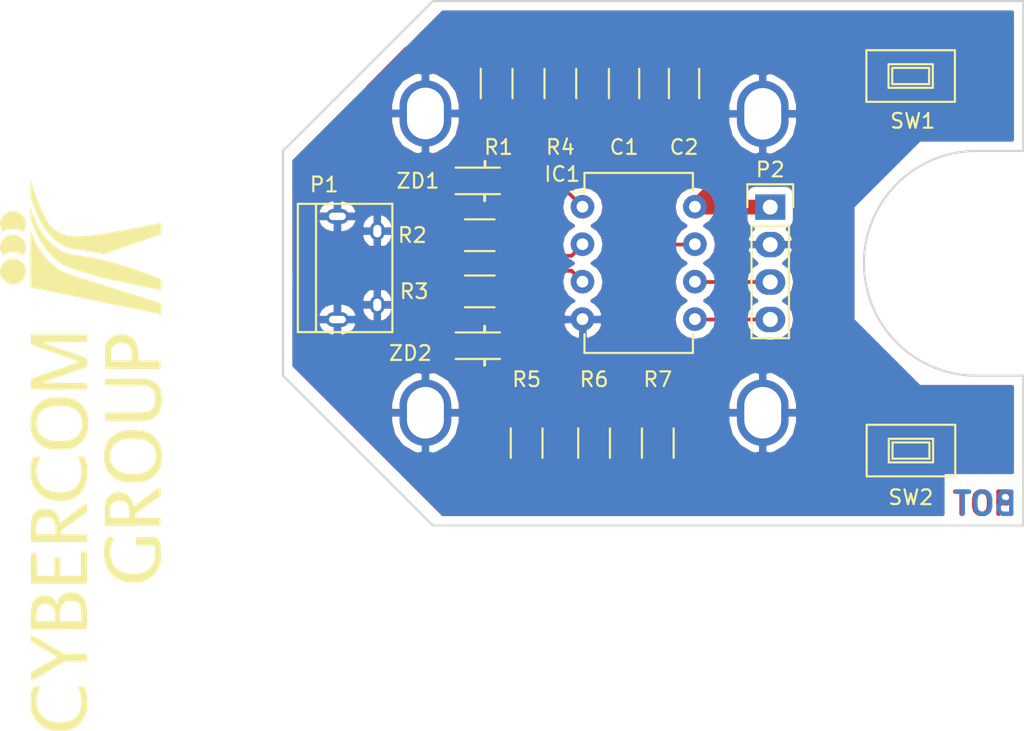
<source format=kicad_pcb>
(kicad_pcb (version 4) (host pcbnew 4.0.2-stable)

  (general
    (links 39)
    (no_connects 0)
    (area -18.918328 -5.686435 188.670001 135.965001)
    (thickness 1.6)
    (drawings 20)
    (tracks 109)
    (zones 0)
    (modules 21)
    (nets 13)
  )

  (page A4)
  (layers
    (0 F.Cu signal)
    (31 B.Cu signal)
    (32 B.Adhes user)
    (33 F.Adhes user)
    (34 B.Paste user)
    (35 F.Paste user)
    (36 B.SilkS user)
    (37 F.SilkS user)
    (38 B.Mask user)
    (39 F.Mask user)
    (40 Dwgs.User user)
    (41 Cmts.User user)
    (42 Eco1.User user)
    (43 Eco2.User user)
    (44 Edge.Cuts user)
    (45 Margin user)
    (46 B.CrtYd user)
    (47 F.CrtYd user)
    (48 B.Fab user)
    (49 F.Fab user)
  )

  (setup
    (last_trace_width 0.25)
    (trace_clearance 0.2)
    (zone_clearance 0.508)
    (zone_45_only no)
    (trace_min 0.2)
    (segment_width 0.2)
    (edge_width 0.15)
    (via_size 0.6)
    (via_drill 0.4)
    (via_min_size 0.4)
    (via_min_drill 0.3)
    (uvia_size 0.3)
    (uvia_drill 0.1)
    (uvias_allowed no)
    (uvia_min_size 0.2)
    (uvia_min_drill 0.1)
    (pcb_text_width 0.3)
    (pcb_text_size 1.5 1.5)
    (mod_edge_width 0.15)
    (mod_text_size 1 1)
    (mod_text_width 0.15)
    (pad_size 3.5 4.5)
    (pad_drill 2.5)
    (pad_to_mask_clearance 0.2)
    (aux_axis_origin 0 0)
    (visible_elements 7FFFFFFF)
    (pcbplotparams
      (layerselection 0x00030_80000001)
      (usegerberextensions false)
      (excludeedgelayer true)
      (linewidth 0.100000)
      (plotframeref false)
      (viasonmask false)
      (mode 1)
      (useauxorigin false)
      (hpglpennumber 1)
      (hpglpenspeed 20)
      (hpglpendiameter 15)
      (hpglpenoverlay 2)
      (psnegative false)
      (psa4output false)
      (plotreference true)
      (plotvalue true)
      (plotinvisibletext false)
      (padsonsilk false)
      (subtractmaskfromsilk false)
      (outputformat 1)
      (mirror false)
      (drillshape 1)
      (scaleselection 1)
      (outputdirectory ""))
  )

  (net 0 "")
  (net 1 +5V)
  (net 2 GND)
  (net 3 "Net-(D1-Pad1)")
  (net 4 "Net-(D2-Pad1)")
  (net 5 /~RESET)
  (net 6 "Net-(IC1-Pad2)")
  (net 7 "Net-(IC1-Pad3)")
  (net 8 "Net-(IC1-Pad5)")
  (net 9 "Net-(IC1-Pad6)")
  (net 10 "Net-(IC1-Pad7)")
  (net 11 "Net-(R6-Pad1)")
  (net 12 "Net-(R7-Pad1)")

  (net_class Default "This is the default net class."
    (clearance 0.2)
    (trace_width 0.25)
    (via_dia 0.6)
    (via_drill 0.4)
    (uvia_dia 0.3)
    (uvia_drill 0.1)
    (add_net +5V)
    (add_net /~RESET)
    (add_net GND)
    (add_net "Net-(D1-Pad1)")
    (add_net "Net-(D2-Pad1)")
    (add_net "Net-(IC1-Pad2)")
    (add_net "Net-(IC1-Pad3)")
    (add_net "Net-(IC1-Pad5)")
    (add_net "Net-(IC1-Pad6)")
    (add_net "Net-(IC1-Pad7)")
    (add_net "Net-(R6-Pad1)")
    (add_net "Net-(R7-Pad1)")
  )

  (net_class Thick ""
    (clearance 0.2)
    (trace_width 0.5)
    (via_dia 1.2)
    (via_drill 0.8)
    (uvia_dia 0.3)
    (uvia_drill 0.1)
  )

  (module LOGO (layer F.Cu) (tedit 0) (tstamp 5830717C)
    (at 124.7394 131.1148 90)
    (fp_text reference G*** (at 0 0 90) (layer F.SilkS) hide
      (effects (font (thickness 0.3)))
    )
    (fp_text value LOGO (at 0.75 0 90) (layer F.SilkS) hide
      (effects (font (thickness 0.3)))
    )
    (fp_poly (pts (xy 0.148613 1.571794) (xy 0.484048 1.627055) (xy 0.782589 1.732633) (xy 1.042771 1.887523)
      (xy 1.263129 2.09072) (xy 1.442196 2.34122) (xy 1.578507 2.638019) (xy 1.640898 2.844814)
      (xy 1.668192 2.985738) (xy 1.685622 3.156151) (xy 1.694227 3.368945) (xy 1.695584 3.52425)
      (xy 1.68962 3.802169) (xy 1.669722 4.033669) (xy 1.632881 4.234883) (xy 1.57609 4.421944)
      (xy 1.496341 4.610987) (xy 1.490767 4.622732) (xy 1.33626 4.875761) (xy 1.136205 5.087929)
      (xy 0.895135 5.257412) (xy 0.617585 5.382384) (xy 0.30809 5.461023) (xy -0.028817 5.491504)
      (xy -0.3886 5.472001) (xy -0.556677 5.446447) (xy -0.856254 5.3617) (xy -1.122954 5.223748)
      (xy -1.354062 5.035265) (xy -1.546861 4.798927) (xy -1.698636 4.517407) (xy -1.799194 4.22275)
      (xy -1.823519 4.106335) (xy -1.839739 3.967824) (xy -1.848824 3.794301) (xy -1.850474 3.669145)
      (xy -1.268262 3.669145) (xy -1.260466 3.866108) (xy -1.24425 4.028069) (xy -1.238008 4.065281)
      (xy -1.160563 4.328201) (xy -1.036656 4.56382) (xy -0.873102 4.764086) (xy -0.676714 4.920945)
      (xy -0.454307 5.026345) (xy -0.41432 5.038589) (xy -0.231366 5.069142) (xy -0.021809 5.071178)
      (xy 0.188066 5.046566) (xy 0.371978 4.997178) (xy 0.414198 4.979643) (xy 0.631672 4.850779)
      (xy 0.807734 4.681282) (xy 0.943497 4.468828) (xy 1.040078 4.211094) (xy 1.098591 3.905757)
      (xy 1.120151 3.550495) (xy 1.120315 3.508375) (xy 1.100922 3.151159) (xy 1.043108 2.843324)
      (xy 0.946019 2.58306) (xy 0.808802 2.368552) (xy 0.630603 2.19799) (xy 0.452274 2.089143)
      (xy 0.34848 2.040411) (xy 0.263328 2.009685) (xy 0.176012 1.992865) (xy 0.065726 1.985854)
      (xy -0.078708 1.984545) (xy -0.235812 1.986825) (xy -0.349516 1.995699) (xy -0.439834 2.014511)
      (xy -0.526784 2.046608) (xy -0.5715 2.066914) (xy -0.789228 2.203772) (xy -0.971604 2.390138)
      (xy -1.114053 2.619978) (xy -1.212001 2.887259) (xy -1.221065 2.92375) (xy -1.244039 3.064483)
      (xy -1.259757 3.248709) (xy -1.267929 3.456804) (xy -1.268262 3.669145) (xy -1.850474 3.669145)
      (xy -1.851745 3.572848) (xy -1.851683 3.52425) (xy -1.840296 3.184013) (xy -1.806275 2.894385)
      (xy -1.746412 2.64552) (xy -1.657502 2.427571) (xy -1.536336 2.230692) (xy -1.379708 2.045036)
      (xy -1.364905 2.029712) (xy -1.157623 1.851577) (xy -0.924317 1.719008) (xy -0.656885 1.628732)
      (xy -0.34723 1.577476) (xy -0.22225 1.567854) (xy 0.148613 1.571794)) (layer F.SilkS) (width 0.01))
    (fp_poly (pts (xy 4.946571 1.625771) (xy 5.159375 1.635125) (xy 5.168417 2.968625) (xy 5.170067 3.354231)
      (xy 5.169494 3.690152) (xy 5.166741 3.973779) (xy 5.161851 4.202502) (xy 5.154866 4.373712)
      (xy 5.145831 4.484801) (xy 5.142908 4.504964) (xy 5.069262 4.769469) (xy 4.945835 4.994986)
      (xy 4.774004 5.180148) (xy 4.555144 5.323587) (xy 4.290633 5.423935) (xy 4.195161 5.447022)
      (xy 3.939152 5.48154) (xy 3.661073 5.486014) (xy 3.394299 5.460519) (xy 3.31207 5.445029)
      (xy 3.033805 5.358946) (xy 2.797096 5.23212) (xy 2.606426 5.067653) (xy 2.466276 4.868642)
      (xy 2.459479 4.855489) (xy 2.426087 4.783971) (xy 2.398258 4.708659) (xy 2.37555 4.623396)
      (xy 2.357525 4.522025) (xy 2.343741 4.398389) (xy 2.333759 4.246332) (xy 2.327138 4.059696)
      (xy 2.323438 3.832326) (xy 2.322219 3.558063) (xy 2.323041 3.230752) (xy 2.324582 2.968625)
      (xy 2.333625 1.635125) (xy 2.873375 1.635125) (xy 2.88925 3.063875) (xy 2.893253 3.415158)
      (xy 2.897197 3.708833) (xy 2.901717 3.950791) (xy 2.90745 4.146918) (xy 2.915031 4.303105)
      (xy 2.925096 4.425241) (xy 2.938281 4.519213) (xy 2.955222 4.590911) (xy 2.976554 4.646224)
      (xy 3.002914 4.69104) (xy 3.034937 4.731249) (xy 3.07326 4.77274) (xy 3.073832 4.773345)
      (xy 3.182904 4.871105) (xy 3.303353 4.938743) (xy 3.450034 4.981578) (xy 3.637802 5.004929)
      (xy 3.735719 5.010339) (xy 4.002212 5.006571) (xy 4.219493 4.969522) (xy 4.394026 4.896441)
      (xy 4.532278 4.784576) (xy 4.640715 4.631177) (xy 4.644829 4.623568) (xy 4.661378 4.591167)
      (xy 4.675139 4.557456) (xy 4.686413 4.516482) (xy 4.695501 4.462289) (xy 4.702706 4.388922)
      (xy 4.708329 4.290426) (xy 4.712671 4.160846) (xy 4.716035 3.994227) (xy 4.718723 3.784613)
      (xy 4.721035 3.526051) (xy 4.723274 3.212584) (xy 4.724321 3.054521) (xy 4.733768 1.616417)
      (xy 4.946571 1.625771)) (layer F.SilkS) (width 0.01))
    (fp_poly (pts (xy 13.295312 -3.428709) (xy 15.224125 -3.428418) (xy 14.881524 -3.288455) (xy 14.408699 -3.070149)
      (xy 13.967385 -2.816019) (xy 13.56274 -2.530543) (xy 13.199916 -2.218201) (xy 12.884069 -1.883473)
      (xy 12.620353 -1.530839) (xy 12.413925 -1.164779) (xy 12.397679 -1.129901) (xy 12.361256 -1.040405)
      (xy 12.309954 -0.900409) (xy 12.247278 -0.720197) (xy 12.176728 -0.51005) (xy 12.101809 -0.28025)
      (xy 12.026022 -0.04108) (xy 12.018168 -0.015875) (xy 11.959947 0.17046) (xy 11.88489 0.409416)
      (xy 11.795488 0.693124) (xy 11.694231 1.013716) (xy 11.583608 1.363325) (xy 11.466109 1.734083)
      (xy 11.344226 2.118122) (xy 11.220448 2.507574) (xy 11.097265 2.894572) (xy 11.058493 3.01625)
      (xy 10.944142 3.375133) (xy 10.834516 3.719412) (xy 10.731288 4.043813) (xy 10.636135 4.343062)
      (xy 10.55073 4.611888) (xy 10.476748 4.845017) (xy 10.415863 5.037177) (xy 10.369751 5.183094)
      (xy 10.340084 5.277496) (xy 10.329975 5.310187) (xy 10.284539 5.461) (xy 9.531749 5.461)
      (xy 9.558099 5.341937) (xy 9.570572 5.283564) (xy 9.594591 5.169188) (xy 9.629267 5.003104)
      (xy 9.673713 4.789604) (xy 9.727043 4.532981) (xy 9.788368 4.237527) (xy 9.856803 3.907535)
      (xy 9.931459 3.547299) (xy 10.011449 3.16111) (xy 10.095885 2.753262) (xy 10.183882 2.328048)
      (xy 10.274551 1.88976) (xy 10.367005 1.442691) (xy 10.460358 0.991134) (xy 10.553721 0.539381)
      (xy 10.646207 0.091726) (xy 10.736929 -0.347538) (xy 10.825001 -0.774119) (xy 10.909534 -1.183725)
      (xy 10.989642 -1.572062) (xy 11.064436 -1.934837) (xy 11.133031 -2.267758) (xy 11.194538 -2.566532)
      (xy 11.248071 -2.826865) (xy 11.292742 -3.044467) (xy 11.327664 -3.215042) (xy 11.351949 -3.3343)
      (xy 11.364711 -3.397946) (xy 11.3665 -3.407663) (xy 11.39734 -3.411458) (xy 11.486228 -3.415028)
      (xy 11.627707 -3.418313) (xy 11.816326 -3.421253) (xy 12.046629 -3.42379) (xy 12.313164 -3.425864)
      (xy 12.610477 -3.427415) (xy 12.933115 -3.428384) (xy 13.275623 -3.428711) (xy 13.295312 -3.428709)) (layer F.SilkS) (width 0.01))
    (fp_poly (pts (xy 16.748125 -3.425721) (xy 16.406059 -3.30351) (xy 15.892493 -3.096091) (xy 15.422962 -2.857349)
      (xy 15.000237 -2.589499) (xy 14.627092 -2.294756) (xy 14.306301 -1.975337) (xy 14.040637 -1.633456)
      (xy 13.832874 -1.271328) (xy 13.815344 -1.233991) (xy 13.735462 -1.048919) (xy 13.673337 -0.874389)
      (xy 13.624291 -0.692619) (xy 13.583644 -0.485824) (xy 13.546716 -0.23622) (xy 13.54076 -0.1905)
      (xy 13.437155 0.478666) (xy 13.293074 1.191074) (xy 13.109801 1.942128) (xy 12.888624 2.727236)
      (xy 12.630826 3.541801) (xy 12.337695 4.381232) (xy 12.045807 5.151437) (xy 11.924224 5.461)
      (xy 11.550112 5.461) (xy 11.404481 5.46037) (xy 11.285363 5.458656) (xy 11.205134 5.45612)
      (xy 11.176165 5.453062) (xy 11.182472 5.421445) (xy 11.200624 5.332808) (xy 11.229555 5.192307)
      (xy 11.268199 5.005095) (xy 11.31549 4.776326) (xy 11.370364 4.511156) (xy 11.431753 4.214738)
      (xy 11.498593 3.892227) (xy 11.569817 3.548776) (xy 11.601254 3.39725) (xy 11.685844 2.989813)
      (xy 11.759233 2.637681) (xy 11.823109 2.333979) (xy 11.879164 2.071834) (xy 11.929085 1.844372)
      (xy 11.974563 1.644719) (xy 12.017287 1.466003) (xy 12.058947 1.301349) (xy 12.101232 1.143884)
      (xy 12.145832 0.986733) (xy 12.194436 0.823024) (xy 12.248733 0.645883) (xy 12.310414 0.448436)
      (xy 12.381168 0.22381) (xy 12.38166 0.22225) (xy 12.489461 -0.116612) (xy 12.582748 -0.401831)
      (xy 12.664667 -0.640759) (xy 12.738364 -0.840747) (xy 12.806984 -1.009149) (xy 12.873673 -1.153315)
      (xy 12.941576 -1.280599) (xy 13.013839 -1.398352) (xy 13.093608 -1.513926) (xy 13.166137 -1.611328)
      (xy 13.439707 -1.925934) (xy 13.76956 -2.22927) (xy 14.148836 -2.516786) (xy 14.570676 -2.783937)
      (xy 15.028219 -3.026175) (xy 15.514606 -3.238953) (xy 15.759667 -3.330476) (xy 15.893882 -3.375447)
      (xy 16.00417 -3.404171) (xy 16.113018 -3.420086) (xy 16.242912 -3.42663) (xy 16.393467 -3.427361)
      (xy 16.748125 -3.425721)) (layer F.SilkS) (width 0.01))
    (fp_poly (pts (xy 18.124864 -3.42737) (xy 18.653125 -3.42574) (xy 18.081625 -3.226425) (xy 17.628022 -3.063404)
      (xy 17.204408 -2.901514) (xy 16.815691 -2.742946) (xy 16.466782 -2.589893) (xy 16.162591 -2.444548)
      (xy 15.908029 -2.309103) (xy 15.708005 -2.18575) (xy 15.637681 -2.135218) (xy 15.415706 -1.930043)
      (xy 15.219178 -1.677987) (xy 15.056538 -1.393348) (xy 14.936224 -1.090426) (xy 14.876228 -0.845154)
      (xy 14.851235 -0.674034) (xy 14.834871 -0.493145) (xy 14.827612 -0.297781) (xy 14.829936 -0.083232)
      (xy 14.84232 0.15521) (xy 14.865241 0.422252) (xy 14.899175 0.722604) (xy 14.944602 1.060974)
      (xy 15.001996 1.442069) (xy 15.071837 1.870598) (xy 15.154599 2.35127) (xy 15.250762 2.888793)
      (xy 15.2595 2.936875) (xy 15.308206 3.202626) (xy 15.360148 3.48252) (xy 15.413875 3.769046)
      (xy 15.467939 4.054694) (xy 15.52089 4.331953) (xy 15.571279 4.593313) (xy 15.617656 4.831263)
      (xy 15.658572 5.038293) (xy 15.692578 5.206892) (xy 15.718224 5.329549) (xy 15.73406 5.398755)
      (xy 15.735898 5.405437) (xy 15.73777 5.428647) (xy 15.720679 5.444343) (xy 15.674843 5.453972)
      (xy 15.59048 5.458981) (xy 15.457806 5.460818) (xy 15.360292 5.461) (xy 14.968305 5.461)
      (xy 14.293187 3.480671) (xy 13.618069 1.500343) (xy 13.698153 1.145578) (xy 13.731967 0.984843)
      (xy 13.770739 0.783008) (xy 13.810482 0.561842) (xy 13.847208 0.34311) (xy 13.86027 0.260469)
      (xy 13.911989 -0.066889) (xy 13.958187 -0.339631) (xy 14.001305 -0.566143) (xy 14.043783 -0.754806)
      (xy 14.088061 -0.914007) (xy 14.13658 -1.052127) (xy 14.191779 -1.177552) (xy 14.2561 -1.298665)
      (xy 14.331982 -1.42385) (xy 14.365853 -1.476534) (xy 14.48019 -1.630064) (xy 14.634603 -1.805733)
      (xy 14.816023 -1.99093) (xy 15.011377 -2.173041) (xy 15.207595 -2.339457) (xy 15.391607 -2.477564)
      (xy 15.4305 -2.503782) (xy 15.834119 -2.743944) (xy 16.28471 -2.96678) (xy 16.766588 -3.165273)
      (xy 17.264066 -3.332405) (xy 17.31869 -3.348464) (xy 17.430647 -3.379149) (xy 17.530427 -3.400881)
      (xy 17.632913 -3.415119) (xy 17.752984 -3.423318) (xy 17.905522 -3.426934) (xy 18.105408 -3.427425)
      (xy 18.124864 -3.42737)) (layer F.SilkS) (width 0.01))
    (fp_poly (pts (xy -6.288433 1.579804) (xy -6.061956 1.612781) (xy -5.865156 1.662294) (xy -5.709844 1.727254)
      (xy -5.628592 1.784607) (xy -5.585281 1.837942) (xy -5.563277 1.907139) (xy -5.55637 2.013916)
      (xy -5.55625 2.037534) (xy -5.559207 2.141639) (xy -5.575268 2.20031) (xy -5.615218 2.217821)
      (xy -5.689843 2.198444) (xy -5.809929 2.146451) (xy -5.819804 2.141934) (xy -6.116584 2.037788)
      (xy -6.434154 1.983189) (xy -6.715125 1.979761) (xy -7.028419 2.028181) (xy -7.303123 2.126492)
      (xy -7.537748 2.273049) (xy -7.730805 2.466208) (xy -7.880804 2.704324) (xy -7.986255 2.985754)
      (xy -8.045668 3.308853) (xy -8.056715 3.46075) (xy -8.04773 3.803644) (xy -7.990765 4.108696)
      (xy -7.88665 4.37427) (xy -7.736216 4.598729) (xy -7.540294 4.780438) (xy -7.322038 4.907782)
      (xy -7.14534 4.968881) (xy -6.936069 5.010473) (xy -6.713915 5.031296) (xy -6.498569 5.030089)
      (xy -6.309723 5.005593) (xy -6.215736 4.978594) (xy -6.129097 4.945853) (xy -6.111875 3.730625)
      (xy -5.572125 3.730625) (xy -5.563554 4.426404) (xy -5.560823 4.671723) (xy -5.561483 4.861844)
      (xy -5.568631 5.005067) (xy -5.585359 5.109694) (xy -5.614762 5.184024) (xy -5.659934 5.23636)
      (xy -5.723971 5.275001) (xy -5.809965 5.308249) (xy -5.903671 5.338803) (xy -6.050754 5.372923)
      (xy -6.243329 5.398556) (xy -6.463887 5.415152) (xy -6.694917 5.422157) (xy -6.918911 5.419021)
      (xy -7.118358 5.405191) (xy -7.268464 5.381801) (xy -7.590199 5.279014) (xy -7.877469 5.126129)
      (xy -8.125843 4.927564) (xy -8.330893 4.687737) (xy -8.488189 4.411068) (xy -8.593302 4.101975)
      (xy -8.605331 4.048125) (xy -8.630624 3.863682) (xy -8.641315 3.64201) (xy -8.637768 3.40759)
      (xy -8.620343 3.184904) (xy -8.589855 3.000375) (xy -8.482576 2.670591) (xy -8.324256 2.376851)
      (xy -8.118392 2.122731) (xy -7.868483 1.911808) (xy -7.578024 1.74766) (xy -7.254875 1.634973)
      (xy -7.027807 1.590945) (xy -6.78317 1.567799) (xy -6.532774 1.564447) (xy -6.288433 1.579804)) (layer F.SilkS) (width 0.01))
    (fp_poly (pts (xy -3.757796 1.620482) (xy -3.532507 1.625155) (xy -3.353603 1.634735) (xy -3.212544 1.650687)
      (xy -3.100786 1.674475) (xy -3.009789 1.707565) (xy -2.931011 1.751421) (xy -2.85591 1.80751)
      (xy -2.834236 1.825727) (xy -2.689911 1.988232) (xy -2.587369 2.184917) (xy -2.527747 2.40282)
      (xy -2.51218 2.628979) (xy -2.541806 2.850433) (xy -2.617759 3.054221) (xy -2.714 3.197413)
      (xy -2.838274 3.322896) (xy -2.973393 3.413777) (xy -3.139307 3.481569) (xy -3.269081 3.517717)
      (xy -3.497029 3.573749) (xy -2.810362 4.45403) (xy -2.651332 4.659455) (xy -2.506416 4.849649)
      (xy -2.379916 5.018735) (xy -2.276129 5.160836) (xy -2.199358 5.270074) (xy -2.153901 5.340572)
      (xy -2.143222 5.365905) (xy -2.181565 5.379654) (xy -2.268274 5.390377) (xy -2.388231 5.396569)
      (xy -2.460405 5.3975) (xy -2.758062 5.3975) (xy -3.387219 4.524444) (xy -4.016375 3.651388)
      (xy -4.134928 3.651319) (xy -4.25348 3.65125) (xy -4.261928 4.516437) (xy -4.270375 5.381625)
      (xy -4.509928 5.39078) (xy -4.627899 5.392407) (xy -4.720119 5.388315) (xy -4.769174 5.379383)
      (xy -4.771865 5.377551) (xy -4.77592 5.34259) (xy -4.779737 5.249759) (xy -4.783252 5.10469)
      (xy -4.786398 4.913014) (xy -4.789107 4.68036) (xy -4.791313 4.412359) (xy -4.792949 4.114643)
      (xy -4.793949 3.792842) (xy -4.79425 3.487208) (xy -4.79425 3.276938) (xy -4.2545 3.276938)
      (xy -3.881438 3.265495) (xy -3.705206 3.257909) (xy -3.577597 3.246225) (xy -3.48376 3.228138)
      (xy -3.408842 3.201346) (xy -3.381375 3.187951) (xy -3.238148 3.081212) (xy -3.142823 2.934072)
      (xy -3.09422 2.74612) (xy -3.091456 2.534807) (xy -3.134864 2.345529) (xy -3.219775 2.187201)
      (xy -3.341518 2.068737) (xy -3.483963 2.002085) (xy -3.567647 1.987729) (xy -3.694186 1.976452)
      (xy -3.842952 1.969802) (xy -3.929063 1.968677) (xy -4.2545 1.9685) (xy -4.2545 3.276938)
      (xy -4.79425 3.276938) (xy -4.79425 1.61925) (xy -4.038013 1.61925) (xy -3.757796 1.620482)) (layer F.SilkS) (width 0.01))
    (fp_poly (pts (xy 7.627397 1.739645) (xy 7.838379 1.870328) (xy 7.997717 2.031242) (xy 8.107972 2.226884)
      (xy 8.171705 2.461753) (xy 8.1915 2.7305) (xy 8.170323 3.008637) (xy 8.105291 3.242823)
      (xy 7.994148 3.437083) (xy 7.834642 3.59544) (xy 7.640395 3.714274) (xy 7.481697 3.782199)
      (xy 7.319535 3.829058) (xy 7.137559 3.857804) (xy 6.919417 3.871392) (xy 6.758991 3.8735)
      (xy 6.414649 3.8735) (xy 6.406137 4.627562) (xy 6.397625 5.381625) (xy 6.13661 5.390831)
      (xy 6.008027 5.394325) (xy 5.929222 5.391588) (xy 5.886548 5.379509) (xy 5.86636 5.354979)
      (xy 5.857958 5.327331) (xy 5.854855 5.282834) (xy 5.852229 5.180774) (xy 5.850109 5.027087)
      (xy 5.848522 4.827707) (xy 5.847497 4.588572) (xy 5.84706 4.315615) (xy 5.847241 4.014773)
      (xy 5.848066 3.691981) (xy 5.84903 3.46075) (xy 6.4135 3.46075) (xy 6.681812 3.46075)
      (xy 6.832171 3.456333) (xy 6.981799 3.444673) (xy 7.101391 3.428154) (xy 7.114135 3.425575)
      (xy 7.298717 3.356394) (xy 7.445149 3.239754) (xy 7.549175 3.081895) (xy 7.60654 2.889054)
      (xy 7.614808 2.691547) (xy 7.578173 2.476531) (xy 7.496541 2.303201) (xy 7.366889 2.165593)
      (xy 7.336762 2.143125) (xy 7.277317 2.103207) (xy 7.222971 2.075934) (xy 7.159501 2.058461)
      (xy 7.072686 2.047944) (xy 6.948302 2.041539) (xy 6.807777 2.037348) (xy 6.4135 2.026821)
      (xy 6.4135 3.46075) (xy 5.84903 3.46075) (xy 5.849097 3.444875) (xy 5.857875 1.635125)
      (xy 7.415209 1.635125) (xy 7.627397 1.739645)) (layer F.SilkS) (width 0.01))
    (fp_poly (pts (xy 2.492987 -3.403083) (xy 2.819168 -3.328796) (xy 3.105464 -3.205276) (xy 3.35155 -3.032763)
      (xy 3.557098 -2.811493) (xy 3.721783 -2.541707) (xy 3.845278 -2.223642) (xy 3.863726 -2.159)
      (xy 3.892579 -2.005828) (xy 3.911589 -1.807696) (xy 3.920764 -1.582375) (xy 3.920108 -1.347636)
      (xy 3.90963 -1.121251) (xy 3.889335 -0.920992) (xy 3.863221 -0.779927) (xy 3.754219 -0.455073)
      (xy 3.601241 -0.175419) (xy 3.404991 0.058266) (xy 3.16617 0.24521) (xy 2.885482 0.384645)
      (xy 2.76225 0.42676) (xy 2.601424 0.461347) (xy 2.399408 0.484066) (xy 2.177523 0.494199)
      (xy 1.957092 0.491031) (xy 1.759436 0.473846) (xy 1.690803 0.462748) (xy 1.378784 0.373849)
      (xy 1.104528 0.234366) (xy 0.869784 0.046017) (xy 0.676306 -0.189482) (xy 0.525843 -0.470411)
      (xy 0.423819 -0.779927) (xy 0.398249 -0.91089) (xy 0.381742 -1.065689) (xy 0.373286 -1.257856)
      (xy 0.371733 -1.476375) (xy 0.372002 -1.483908) (xy 0.953961 -1.483908) (xy 0.95779 -1.261858)
      (xy 0.971266 -1.057884) (xy 0.994385 -0.892196) (xy 1.000458 -0.864188) (xy 1.09321 -0.590158)
      (xy 1.231674 -0.354297) (xy 1.412212 -0.162011) (xy 1.532433 -0.074052) (xy 1.743636 0.024248)
      (xy 1.983414 0.076979) (xy 2.23553 0.083565) (xy 2.483745 0.043429) (xy 2.689982 -0.032919)
      (xy 2.896576 -0.166662) (xy 3.063299 -0.345626) (xy 3.190751 -0.571135) (xy 3.279533 -0.844515)
      (xy 3.330243 -1.167089) (xy 3.343857 -1.476375) (xy 3.3237 -1.83404) (xy 3.262695 -2.147138)
      (xy 3.162005 -2.414273) (xy 3.022794 -2.634049) (xy 2.846229 -2.805067) (xy 2.633471 -2.925932)
      (xy 2.385687 -2.995246) (xy 2.104039 -3.011612) (xy 2.065819 -3.009825) (xy 1.794969 -2.965973)
      (xy 1.557723 -2.868831) (xy 1.35607 -2.720178) (xy 1.191999 -2.521793) (xy 1.067499 -2.275457)
      (xy 1.000367 -2.056421) (xy 0.975248 -1.901399) (xy 0.95978 -1.703825) (xy 0.953961 -1.483908)
      (xy 0.372002 -1.483908) (xy 0.383892 -1.815736) (xy 0.419263 -2.10478) (xy 0.481198 -2.353506)
      (xy 0.57305 -2.57191) (xy 0.698171 -2.769992) (xy 0.859913 -2.957748) (xy 0.872835 -2.970906)
      (xy 1.094726 -3.156121) (xy 1.347054 -3.292131) (xy 1.634413 -3.38061) (xy 1.961398 -3.423231)
      (xy 2.12725 -3.427898) (xy 2.492987 -3.403083)) (layer F.SilkS) (width 0.01))
    (fp_poly (pts (xy -16.73225 -3.411714) (xy -16.440184 -3.40382) (xy -16.203062 -3.379566) (xy -16.014113 -3.337556)
      (xy -15.866572 -3.276395) (xy -15.775945 -3.214552) (xy -15.72097 -3.159589) (xy -15.693679 -3.099152)
      (xy -15.684899 -3.00847) (xy -15.6845 -2.967677) (xy -15.690473 -2.868689) (xy -15.705802 -2.797557)
      (xy -15.71898 -2.776439) (xy -15.764053 -2.778592) (xy -15.842897 -2.806957) (xy -15.903919 -2.83702)
      (xy -16.16262 -2.943932) (xy -16.44801 -3.003102) (xy -16.744931 -3.014548) (xy -17.038228 -2.97829)
      (xy -17.312741 -2.894345) (xy -17.437075 -2.835119) (xy -17.642326 -2.688981) (xy -17.8212 -2.492479)
      (xy -17.966265 -2.255855) (xy -18.070086 -1.989356) (xy -18.08189 -1.946488) (xy -18.107356 -1.80267)
      (xy -18.12266 -1.619626) (xy -18.127716 -1.418486) (xy -18.122439 -1.220377) (xy -18.10674 -1.046427)
      (xy -18.086028 -0.936625) (xy -17.987268 -0.675419) (xy -17.842213 -0.444552) (xy -17.658195 -0.252677)
      (xy -17.442552 -0.108446) (xy -17.34733 -0.06534) (xy -17.117361 -0.001525) (xy -16.853443 0.027667)
      (xy -16.574186 0.023241) (xy -16.298205 -0.013798) (xy -16.04411 -0.082443) (xy -15.899418 -0.143577)
      (xy -15.807957 -0.184109) (xy -15.738469 -0.205086) (xy -15.713408 -0.204619) (xy -15.697112 -0.165247)
      (xy -15.686628 -0.083653) (xy -15.6845 -0.019536) (xy -15.696279 0.101403) (xy -15.737944 0.192333)
      (xy -15.818992 0.263318) (xy -15.948918 0.324424) (xy -16.038178 0.355389) (xy -16.191828 0.391023)
      (xy -16.389921 0.416661) (xy -16.614102 0.431711) (xy -16.846015 0.435582) (xy -17.067305 0.427681)
      (xy -17.259614 0.407417) (xy -17.319625 0.396693) (xy -17.644223 0.29957) (xy -17.933768 0.150762)
      (xy -18.184553 -0.046245) (xy -18.392869 -0.287963) (xy -18.55501 -0.570905) (xy -18.659991 -0.86381)
      (xy -18.691904 -1.035736) (xy -18.709673 -1.247753) (xy -18.713327 -1.478058) (xy -18.702894 -1.704844)
      (xy -18.678403 -1.906305) (xy -18.658477 -2.00025) (xy -18.541975 -2.338698) (xy -18.379673 -2.633175)
      (xy -18.171351 -2.883925) (xy -17.91679 -3.091188) (xy -17.61577 -3.255206) (xy -17.463903 -3.315395)
      (xy -17.352224 -3.35374) (xy -17.258837 -3.380332) (xy -17.167577 -3.397297) (xy -17.062282 -3.406765)
      (xy -16.926786 -3.410863) (xy -16.744928 -3.411719) (xy -16.73225 -3.411714)) (layer F.SilkS) (width 0.01))
    (fp_poly (pts (xy -0.833007 -3.408938) (xy -0.591215 -3.373646) (xy -0.379998 -3.319481) (xy -0.214791 -3.247998)
      (xy -0.21416 -3.247631) (xy -0.158861 -3.211378) (xy -0.127014 -3.171359) (xy -0.110991 -3.109069)
      (xy -0.103165 -3.006005) (xy -0.101737 -2.974922) (xy -0.10108 -2.848672) (xy -0.112182 -2.777216)
      (xy -0.126605 -2.76225) (xy -0.172223 -2.775733) (xy -0.253101 -2.810413) (xy -0.318023 -2.84189)
      (xy -0.601033 -2.951873) (xy -0.903958 -3.009082) (xy -1.052858 -3.01625) (xy -1.376269 -2.989506)
      (xy -1.664601 -2.910985) (xy -1.915621 -2.783257) (xy -2.127094 -2.60889) (xy -2.29679 -2.390454)
      (xy -2.422473 -2.130516) (xy -2.50191 -1.831646) (xy -2.532869 -1.496414) (xy -2.52956 -1.317625)
      (xy -2.489854 -0.992965) (xy -2.406753 -0.714062) (xy -2.279309 -0.479451) (xy -2.106578 -0.287665)
      (xy -1.887613 -0.137235) (xy -1.719099 -0.060577) (xy -1.492227 -0.000088) (xy -1.231338 0.026577)
      (xy -0.955435 0.020536) (xy -0.683522 -0.017089) (xy -0.434601 -0.08518) (xy -0.295656 -0.14447)
      (xy -0.205833 -0.187857) (xy -0.139208 -0.216048) (xy -0.117612 -0.222118) (xy -0.10623 -0.193236)
      (xy -0.100502 -0.117315) (xy -0.10164 -0.010662) (xy -0.101737 -0.008423) (xy -0.111125 0.205404)
      (xy -0.243706 0.278406) (xy -0.396668 0.340546) (xy -0.5964 0.389126) (xy -0.827371 0.422874)
      (xy -1.074053 0.44052) (xy -1.320915 0.440794) (xy -1.552429 0.422424) (xy -1.698625 0.397444)
      (xy -2.040923 0.295154) (xy -2.336871 0.149495) (xy -2.586413 -0.03948) (xy -2.789492 -0.271716)
      (xy -2.946051 -0.547158) (xy -3.056034 -0.865754) (xy -3.065562 -0.9046) (xy -3.092936 -1.076512)
      (xy -3.106837 -1.287832) (xy -3.1073 -1.51592) (xy -3.094361 -1.73814) (xy -3.068058 -1.931851)
      (xy -3.063896 -1.952625) (xy -2.96468 -2.279295) (xy -2.812873 -2.573867) (xy -2.613043 -2.83191)
      (xy -2.369758 -3.048986) (xy -2.087585 -3.220662) (xy -1.771092 -3.342504) (xy -1.5875 -3.38602)
      (xy -1.346584 -3.41668) (xy -1.089942 -3.423801) (xy -0.833007 -3.408938)) (layer F.SilkS) (width 0.01))
    (fp_poly (pts (xy -12.467572 -3.397472) (xy -12.447726 -3.39725) (xy -12.326883 -3.389816) (xy -12.24772 -3.369323)
      (xy -12.228955 -3.355897) (xy -12.22777 -3.331276) (xy -12.245731 -3.279045) (xy -12.284944 -3.195297)
      (xy -12.347515 -3.076124) (xy -12.435546 -2.917617) (xy -12.551145 -2.715869) (xy -12.696415 -2.466972)
      (xy -12.827764 -2.244204) (xy -13.460893 -1.173866) (xy -13.469384 -0.388496) (xy -13.477875 0.396875)
      (xy -13.717428 0.40603) (xy -13.835399 0.407657) (xy -13.927619 0.403565) (xy -13.976674 0.394633)
      (xy -13.979365 0.392801) (xy -13.985678 0.356001) (xy -13.991301 0.264809) (xy -13.99597 0.12833)
      (xy -13.999421 -0.044327) (xy -14.00139 -0.244058) (xy -14.00175 -0.378149) (xy -14.00175 -1.126713)
      (xy -14.656783 -2.212376) (xy -14.831077 -2.503289) (xy -14.979881 -2.755899) (xy -15.101672 -2.967482)
      (xy -15.194923 -3.135315) (xy -15.258109 -3.256677) (xy -15.289705 -3.328845) (xy -15.292779 -3.347644)
      (xy -15.270105 -3.372945) (xy -15.21789 -3.388253) (xy -15.124169 -3.395643) (xy -15.00676 -3.39725)
      (xy -14.846764 -3.392065) (xy -14.745196 -3.376723) (xy -14.707807 -3.357563) (xy -14.684744 -3.320874)
      (xy -14.634669 -3.23589) (xy -14.561649 -3.109689) (xy -14.469749 -2.94935) (xy -14.363038 -2.761954)
      (xy -14.245581 -2.554578) (xy -14.192557 -2.460625) (xy -14.072944 -2.248639) (xy -13.963553 -2.055125)
      (xy -13.868216 -1.886836) (xy -13.790767 -1.750523) (xy -13.735038 -1.652939) (xy -13.704863 -1.600836)
      (xy -13.700619 -1.594002) (xy -13.683306 -1.618036) (xy -13.638501 -1.690568) (xy -13.57015 -1.804923)
      (xy -13.482197 -1.954425) (xy -13.378586 -2.132399) (xy -13.263262 -2.332169) (xy -13.222224 -2.403627)
      (xy -13.073325 -2.66368) (xy -12.952624 -2.87422) (xy -12.856074 -3.040437) (xy -12.779629 -3.167522)
      (xy -12.719243 -3.260667) (xy -12.67087 -3.325061) (xy -12.630462 -3.365897) (xy -12.593975 -3.388365)
      (xy -12.557362 -3.397656) (xy -12.516576 -3.398961) (xy -12.467572 -3.397472)) (layer F.SilkS) (width 0.01))
    (fp_poly (pts (xy -11.238455 -3.393373) (xy -11.038388 -3.390215) (xy -10.992856 -3.389214) (xy -10.722793 -3.381028)
      (xy -10.506298 -3.369145) (xy -10.333465 -3.351765) (xy -10.194392 -3.327092) (xy -10.079173 -3.293327)
      (xy -9.977905 -3.24867) (xy -9.880683 -3.191326) (xy -9.872183 -3.185739) (xy -9.729856 -3.057465)
      (xy -9.614719 -2.885274) (xy -9.557873 -2.750144) (xy -9.536038 -2.634912) (xy -9.529404 -2.485904)
      (xy -9.536713 -2.325948) (xy -9.556704 -2.177874) (xy -9.588119 -2.064509) (xy -9.596723 -2.045945)
      (xy -9.686528 -1.916724) (xy -9.805363 -1.803205) (xy -9.931739 -1.724811) (xy -9.96686 -1.711379)
      (xy -10.067217 -1.673848) (xy -10.105987 -1.643798) (xy -10.084355 -1.619129) (xy -10.028201 -1.602675)
      (xy -9.81982 -1.528906) (xy -9.631882 -1.40773) (xy -9.477383 -1.250297) (xy -9.36932 -1.067762)
      (xy -9.352099 -1.022518) (xy -9.326377 -0.912527) (xy -9.308653 -0.769731) (xy -9.302776 -0.637282)
      (xy -9.331063 -0.383065) (xy -9.413947 -0.158911) (xy -9.548541 0.0321) (xy -9.731961 0.186891)
      (xy -9.961323 0.302383) (xy -10.233741 0.375497) (xy -10.25525 0.379093) (xy -10.342782 0.388464)
      (xy -10.473163 0.396422) (xy -10.635581 0.402879) (xy -10.819221 0.407747) (xy -11.013268 0.410938)
      (xy -11.206909 0.412365) (xy -11.389329 0.411939) (xy -11.549714 0.409572) (xy -11.67725 0.405176)
      (xy -11.761123 0.398664) (xy -11.789834 0.391583) (xy -11.793668 0.356846) (xy -11.797278 0.264237)
      (xy -11.800602 0.119381) (xy -11.803576 -0.072095) (xy -11.806138 -0.304563) (xy -11.808224 -0.572397)
      (xy -11.809771 -0.869971) (xy -11.810716 -1.191657) (xy -11.810907 -1.397) (xy -11.27125 -1.397)
      (xy -11.27125 0.03175) (xy -10.866438 0.031572) (xy -10.70085 0.029006) (xy -10.54794 0.022146)
      (xy -10.424554 0.012031) (xy -10.347539 -0.000297) (xy -10.346766 -0.00051) (xy -10.16009 -0.078707)
      (xy -10.021786 -0.197113) (xy -9.9304 -0.357564) (xy -9.88448 -0.5619) (xy -9.882055 -0.588219)
      (xy -9.88583 -0.824228) (xy -9.937894 -1.02085) (xy -10.03788 -1.176795) (xy -10.053951 -1.193584)
      (xy -10.152892 -1.273006) (xy -10.274052 -1.330608) (xy -10.42738 -1.36884) (xy -10.622826 -1.390152)
      (xy -10.87034 -1.396993) (xy -10.880138 -1.397) (xy -11.27125 -1.397) (xy -11.810907 -1.397)
      (xy -11.811 -1.496937) (xy -11.811 -1.778) (xy -11.27125 -1.778) (xy -10.914063 -1.780416)
      (xy -10.758476 -1.78472) (xy -10.616393 -1.794476) (xy -10.505859 -1.80812) (xy -10.453594 -1.820295)
      (xy -10.3028 -1.906433) (xy -10.190284 -2.035592) (xy -10.119958 -2.1974) (xy -10.095735 -2.381481)
      (xy -10.121527 -2.577463) (xy -10.1425 -2.64529) (xy -10.205561 -2.779797) (xy -10.291144 -2.879683)
      (xy -10.407736 -2.949021) (xy -10.563822 -2.991883) (xy -10.767889 -3.012342) (xy -10.914063 -3.015553)
      (xy -11.27125 -3.01625) (xy -11.27125 -1.778) (xy -11.811 -1.778) (xy -11.811 -3.364291)
      (xy -11.731043 -3.384359) (xy -11.67585 -3.389716) (xy -11.568087 -3.393052) (xy -11.418655 -3.394294)
      (xy -11.238455 -3.393373)) (layer F.SilkS) (width 0.01))
    (fp_poly (pts (xy -7.168448 -3.391312) (xy -6.977483 -3.388812) (xy -6.836951 -3.38397) (xy -6.742507 -3.376666)
      (xy -6.689803 -3.366779) (xy -6.677761 -3.360841) (xy -6.647594 -3.300944) (xy -6.640993 -3.187879)
      (xy -6.642206 -3.161946) (xy -6.651625 -3.000375) (xy -7.421563 -2.991874) (xy -8.1915 -2.983372)
      (xy -8.1915 -1.811093) (xy -7.564438 -1.802484) (xy -6.937375 -1.793875) (xy -6.927229 -1.669902)
      (xy -6.925263 -1.567887) (xy -6.933756 -1.480511) (xy -6.935771 -1.471465) (xy -6.95446 -1.397)
      (xy -8.1915 -1.397) (xy -8.1915 0) (xy -6.53747 0) (xy -6.546923 0.198437)
      (xy -6.556375 0.396875) (xy -7.628772 0.405235) (xy -7.931235 0.407106) (xy -8.175518 0.407417)
      (xy -8.366925 0.406013) (xy -8.51076 0.40274) (xy -8.612327 0.397442) (xy -8.676931 0.389966)
      (xy -8.709875 0.380156) (xy -8.716511 0.373485) (xy -8.719163 0.335224) (xy -8.721394 0.239182)
      (xy -8.723181 0.091079) (xy -8.724504 -0.103368) (xy -8.725341 -0.338439) (xy -8.725671 -0.608416)
      (xy -8.725472 -0.907581) (xy -8.724724 -1.230215) (xy -8.723615 -1.524) (xy -8.715375 -3.381375)
      (xy -7.719056 -3.389771) (xy -7.41419 -3.391592) (xy -7.168448 -3.391312)) (layer F.SilkS) (width 0.01))
    (fp_poly (pts (xy -4.69567 -3.385002) (xy -4.483487 -3.368571) (xy -4.311053 -3.340813) (xy -4.170564 -3.300133)
      (xy -4.054215 -3.244931) (xy -3.954202 -3.173612) (xy -3.883064 -3.106345) (xy -3.761616 -2.950614)
      (xy -3.683341 -2.776091) (xy -3.64346 -2.569068) (xy -3.635828 -2.397125) (xy -3.638423 -2.249544)
      (xy -3.648775 -2.143899) (xy -3.670983 -2.058731) (xy -3.709143 -1.972581) (xy -3.721419 -1.948824)
      (xy -3.855796 -1.758547) (xy -4.032715 -1.608972) (xy -4.24078 -1.508254) (xy -4.386524 -1.472969)
      (xy -4.480958 -1.455307) (xy -4.551385 -1.43633) (xy -4.565005 -1.430652) (xy -4.560383 -1.402654)
      (xy -4.519275 -1.331933) (xy -4.440867 -1.217352) (xy -4.324342 -1.057771) (xy -4.168885 -0.852054)
      (xy -3.973682 -0.59906) (xy -3.920076 -0.530215) (xy -3.761195 -0.324911) (xy -3.616443 -0.134825)
      (xy -3.490121 0.03416) (xy -3.386529 0.176157) (xy -3.309969 0.285281) (xy -3.264743 0.355649)
      (xy -3.254257 0.380809) (xy -3.292918 0.394895) (xy -3.380236 0.405762) (xy -3.501396 0.411912)
      (xy -3.569937 0.41275) (xy -3.865876 0.41275) (xy -4.477814 -0.436563) (xy -4.626669 -0.642332)
      (xy -4.765404 -0.832531) (xy -4.889252 -1.00075) (xy -4.99345 -1.140578) (xy -5.073233 -1.245605)
      (xy -5.123836 -1.30942) (xy -5.138569 -1.325563) (xy -5.206337 -1.355585) (xy -5.276067 -1.36525)
      (xy -5.364746 -1.36525) (xy -5.373186 -0.484188) (xy -5.381625 0.396875) (xy -5.628169 0.406156)
      (xy -5.765939 0.407795) (xy -5.849492 0.399381) (xy -5.887468 0.37987) (xy -5.890408 0.374406)
      (xy -5.893124 0.335974) (xy -5.895415 0.239764) (xy -5.897258 0.091501) (xy -5.898631 -0.103094)
      (xy -5.899511 -0.338299) (xy -5.899875 -0.608392) (xy -5.899702 -0.907649) (xy -5.898969 -1.23035)
      (xy -5.897865 -1.524) (xy -5.89702 -1.7145) (xy -5.36575 -1.7145) (xy -5.069888 -1.7145)
      (xy -4.88049 -1.721735) (xy -4.710153 -1.741675) (xy -4.603582 -1.765117) (xy -4.434729 -1.839218)
      (xy -4.315406 -1.949967) (xy -4.238909 -2.104523) (xy -4.220057 -2.17451) (xy -4.198229 -2.323676)
      (xy -4.207185 -2.467688) (xy -4.217419 -2.524698) (xy -4.264775 -2.693226) (xy -4.335329 -2.82084)
      (xy -4.436606 -2.912208) (xy -4.576131 -2.971999) (xy -4.76143 -3.004883) (xy -5.000028 -3.015528)
      (xy -5.008563 -3.015553) (xy -5.36575 -3.01625) (xy -5.36575 -1.7145) (xy -5.89702 -1.7145)
      (xy -5.889625 -3.381375) (xy -5.2705 -3.390274) (xy -4.955406 -3.391704) (xy -4.69567 -3.385002)) (layer F.SilkS) (width 0.01))
    (fp_poly (pts (xy 4.89125 -3.396984) (xy 5.013606 -3.388026) (xy 5.107506 -3.372072) (xy 5.152087 -3.352377)
      (xy 5.163047 -3.33853) (xy 5.176803 -3.314387) (xy 5.194845 -3.275869) (xy 5.218667 -3.218897)
      (xy 5.249758 -3.139392) (xy 5.289611 -3.033275) (xy 5.339717 -2.896466) (xy 5.401568 -2.724887)
      (xy 5.476655 -2.514458) (xy 5.56647 -2.2611) (xy 5.672503 -1.960735) (xy 5.796248 -1.609282)
      (xy 5.939195 -1.202662) (xy 5.965735 -1.127125) (xy 6.049428 -0.891205) (xy 6.127356 -0.675919)
      (xy 6.196876 -0.488229) (xy 6.255347 -0.335098) (xy 6.300125 -0.223487) (xy 6.328569 -0.16036)
      (xy 6.337099 -0.148633) (xy 6.352023 -0.178883) (xy 6.385432 -0.263658) (xy 6.435322 -0.397376)
      (xy 6.499689 -0.574457) (xy 6.57653 -0.789322) (xy 6.663841 -1.036391) (xy 6.759617 -1.310082)
      (xy 6.861855 -1.604818) (xy 6.905704 -1.731985) (xy 7.045042 -2.134492) (xy 7.165543 -2.477634)
      (xy 7.267632 -2.762551) (xy 7.351734 -2.990388) (xy 7.418275 -3.162286) (xy 7.467681 -3.279387)
      (xy 7.500377 -3.342833) (xy 7.510137 -3.354475) (xy 7.564013 -3.377391) (xy 7.654498 -3.389587)
      (xy 7.792334 -3.392125) (xy 7.873579 -3.390372) (xy 8.175625 -3.381375) (xy 8.175625 0.396875)
      (xy 7.956522 0.406372) (xy 7.830655 0.406561) (xy 7.739845 0.396169) (xy 7.702522 0.380995)
      (xy 7.692942 0.34392) (xy 7.684247 0.251834) (xy 7.67639 0.103355) (xy 7.669324 -0.102897)
      (xy 7.663005 -0.368302) (xy 7.657385 -0.694242) (xy 7.65242 -1.082098) (xy 7.65175 -1.143749)
      (xy 7.635875 -2.63362) (xy 7.1755 -1.309587) (xy 7.050077 -0.949322) (xy 6.943497 -0.644426)
      (xy 6.853987 -0.39021) (xy 6.77977 -0.181984) (xy 6.719073 -0.015058) (xy 6.670121 0.115259)
      (xy 6.631139 0.213656) (xy 6.600353 0.284823) (xy 6.575987 0.33345) (xy 6.556267 0.364228)
      (xy 6.539419 0.381845) (xy 6.534004 0.385686) (xy 6.471382 0.403809) (xy 6.370031 0.412488)
      (xy 6.25062 0.412399) (xy 6.133817 0.404215) (xy 6.040292 0.388612) (xy 5.992277 0.367991)
      (xy 5.98087 0.355866) (xy 5.969341 0.340143) (xy 5.95593 0.316002) (xy 5.938876 0.278625)
      (xy 5.91642 0.223192) (xy 5.886802 0.144885) (xy 5.84826 0.038885) (xy 5.799036 -0.099629)
      (xy 5.737369 -0.275473) (xy 5.661499 -0.493469) (xy 5.569666 -0.758434) (xy 5.46011 -1.075188)
      (xy 5.370831 -1.3335) (xy 5.279539 -1.597302) (xy 5.193928 -1.844) (xy 5.11639 -2.066751)
      (xy 5.049318 -2.258714) (xy 4.995103 -2.413046) (xy 4.956138 -2.522904) (xy 4.934815 -2.581446)
      (xy 4.932368 -2.587625) (xy 4.926308 -2.570705) (xy 4.920148 -2.495081) (xy 4.91403 -2.365553)
      (xy 4.908095 -2.186917) (xy 4.902482 -1.96397) (xy 4.897334 -1.701509) (xy 4.89279 -1.404333)
      (xy 4.8895 -1.127125) (xy 4.873625 0.396875) (xy 4.698767 0.406167) (xy 4.577036 0.404485)
      (xy 4.498846 0.385952) (xy 4.484454 0.376004) (xy 4.475754 0.336222) (xy 4.468034 0.239866)
      (xy 4.461297 0.093852) (xy 4.455545 -0.094902) (xy 4.450781 -0.31948) (xy 4.447007 -0.572966)
      (xy 4.444226 -0.848441) (xy 4.44244 -1.13899) (xy 4.441652 -1.437696) (xy 4.441864 -1.737641)
      (xy 4.443079 -2.03191) (xy 4.445299 -2.313585) (xy 4.448527 -2.57575) (xy 4.452766 -2.811487)
      (xy 4.458017 -3.01388) (xy 4.464283 -3.176013) (xy 4.471568 -3.290967) (xy 4.479872 -3.351828)
      (xy 4.483099 -3.35915) (xy 4.536361 -3.380029) (xy 4.634335 -3.393171) (xy 4.758729 -3.39876)
      (xy 4.89125 -3.396984)) (layer F.SilkS) (width 0.01))
    (fp_poly (pts (xy 12.750585 -5.423694) (xy 12.939191 -5.326039) (xy 13.100172 -5.186607) (xy 13.224767 -5.01072)
      (xy 13.304218 -4.803702) (xy 13.326136 -4.671758) (xy 13.317449 -4.447556) (xy 13.254637 -4.242815)
      (xy 13.145659 -4.063659) (xy 12.998474 -3.916211) (xy 12.82104 -3.806591) (xy 12.621317 -3.740922)
      (xy 12.407262 -3.725327) (xy 12.186834 -3.765927) (xy 12.16025 -3.774895) (xy 12.005207 -3.855024)
      (xy 11.855713 -3.976045) (xy 11.728591 -4.120873) (xy 11.640665 -4.27242) (xy 11.623368 -4.320159)
      (xy 11.584946 -4.546142) (xy 11.600492 -4.773855) (xy 11.653202 -4.948178) (xy 11.735536 -5.088878)
      (xy 11.853233 -5.227113) (xy 11.987005 -5.343121) (xy 12.106604 -5.412775) (xy 12.325532 -5.472384)
      (xy 12.543112 -5.47425) (xy 12.750585 -5.423694)) (layer F.SilkS) (width 0.01))
    (fp_poly (pts (xy 14.186395 -5.477032) (xy 14.410765 -5.415382) (xy 14.600236 -5.308458) (xy 14.752181 -5.164902)
      (xy 14.863972 -4.993358) (xy 14.932982 -4.80247) (xy 14.956582 -4.60088) (xy 14.932146 -4.397232)
      (xy 14.857046 -4.200169) (xy 14.728654 -4.018334) (xy 14.652565 -3.943581) (xy 14.496075 -3.835041)
      (xy 14.317639 -3.758315) (xy 14.135445 -3.718486) (xy 13.96768 -3.720637) (xy 13.9065 -3.735086)
      (xy 13.821701 -3.76685) (xy 13.726412 -3.808917) (xy 13.638667 -3.852424) (xy 13.576503 -3.888509)
      (xy 13.55725 -3.906679) (xy 13.571474 -3.945222) (xy 13.607747 -4.018711) (xy 13.634279 -4.067939)
      (xy 13.724602 -4.29397) (xy 13.761428 -4.540828) (xy 13.744729 -4.795083) (xy 13.674477 -5.043305)
      (xy 13.636557 -5.127625) (xy 13.557435 -5.286375) (xy 13.624621 -5.34215) (xy 13.732587 -5.404077)
      (xy 13.877662 -5.451581) (xy 14.033988 -5.478455) (xy 14.175707 -5.478488) (xy 14.186395 -5.477032)) (layer F.SilkS) (width 0.01))
    (fp_poly (pts (xy 15.773895 -5.477032) (xy 15.998265 -5.415382) (xy 16.187736 -5.308458) (xy 16.339681 -5.164902)
      (xy 16.451472 -4.993358) (xy 16.520482 -4.80247) (xy 16.544082 -4.60088) (xy 16.519646 -4.397232)
      (xy 16.444546 -4.200169) (xy 16.316154 -4.018334) (xy 16.240065 -3.943581) (xy 16.045942 -3.810971)
      (xy 15.835057 -3.736633) (xy 15.615242 -3.722215) (xy 15.400619 -3.767135) (xy 15.297501 -3.808047)
      (xy 15.208453 -3.85129) (xy 15.186605 -3.864325) (xy 15.113597 -3.912162) (xy 15.177467 -4.001859)
      (xy 15.273881 -4.181766) (xy 15.32912 -4.396597) (xy 15.345616 -4.620388) (xy 15.343335 -4.763512)
      (xy 15.329401 -4.872048) (xy 15.297849 -4.974655) (xy 15.24824 -5.088225) (xy 15.148531 -5.301299)
      (xy 15.218078 -5.350479) (xy 15.344108 -5.41426) (xy 15.5032 -5.460146) (xy 15.665909 -5.481434)
      (xy 15.773895 -5.477032)) (layer F.SilkS) (width 0.01))
  )

  (module Connect:1pin (layer F.Cu) (tedit 58306AD5) (tstamp 58306829)
    (at 148.082 128.2446)
    (descr "module 1 pin (ou trou mecanique de percage)")
    (tags DEV)
    (fp_text reference OH3 (at 0 -3.048) (layer F.SilkS) hide
      (effects (font (size 1 1) (thickness 0.15)))
    )
    (fp_text value 1pin (at 0 2.794) (layer F.Fab) hide
      (effects (font (size 1 1) (thickness 0.15)))
    )
    (pad 1 thru_hole oval (at 0 0) (size 3.5 4.5) (drill oval 2.5 3.5) (layers *.Cu *.Mask)
      (net 2 GND))
  )

  (module Connect:1pin (layer F.Cu) (tedit 58306AAF) (tstamp 58306304)
    (at 148.082 107.95)
    (descr "module 1 pin (ou trou mecanique de percage)")
    (tags DEV)
    (fp_text reference OH1 (at 0 -3.048) (layer F.SilkS) hide
      (effects (font (size 1 1) (thickness 0.15)))
    )
    (fp_text value 1pin (at 0 2.794) (layer F.Fab) hide
      (effects (font (size 1 1) (thickness 0.15)))
    )
    (pad 1 thru_hole oval (at 0 0) (size 3.5 4.5) (drill oval 2.5 3.5) (layers *.Cu *.Mask)
      (net 2 GND))
  )

  (module Connect:1pin (layer F.Cu) (tedit 58306ACA) (tstamp 583062AB)
    (at 170.942 128.2446)
    (descr "module 1 pin (ou trou mecanique de percage)")
    (tags DEV)
    (fp_text reference OH4 (at 0 -3.048) (layer F.SilkS) hide
      (effects (font (size 1 1) (thickness 0.15)))
    )
    (fp_text value 1pin (at 0 2.794) (layer F.Fab) hide
      (effects (font (size 1 1) (thickness 0.15)))
    )
    (pad 1 thru_hole oval (at 0 0) (size 3.5 4.5) (drill oval 2.5 3.5) (layers *.Cu *.Mask)
      (net 2 GND))
  )

  (module Connect:1pin (layer F.Cu) (tedit 58306ABE) (tstamp 582B456B)
    (at 170.942 107.9754)
    (descr "module 1 pin (ou trou mecanique de percage)")
    (tags DEV)
    (fp_text reference OH2 (at 0 -3.048) (layer F.SilkS) hide
      (effects (font (size 1 1) (thickness 0.15)))
    )
    (fp_text value 1pin (at 0 2.794) (layer F.Fab) hide
      (effects (font (size 1 1) (thickness 0.15)))
    )
    (pad 1 thru_hole oval (at 0 0) (size 3.5 4.5) (drill oval 2.5 3.5) (layers *.Cu *.Mask)
      (net 2 GND))
  )

  (module Connect:USB_Micro-B (layer F.Cu) (tedit 582F7981) (tstamp 582A3D1F)
    (at 143.256 118.4275 270)
    (descr "Micro USB Type B Receptacle")
    (tags "USB USB_B USB_micro USB_OTG")
    (path /5828F253)
    (attr smd)
    (fp_text reference P1 (at -5.6515 2.032 360) (layer F.SilkS)
      (effects (font (size 1 1) (thickness 0.15)))
    )
    (fp_text value USB_OTG (at 0 4.8 270) (layer F.Fab) hide
      (effects (font (size 1 1) (thickness 0.15)))
    )
    (fp_line (start -4.6 -2.8) (end 4.6 -2.8) (layer F.CrtYd) (width 0.05))
    (fp_line (start 4.6 -2.8) (end 4.6 4.05) (layer F.CrtYd) (width 0.05))
    (fp_line (start 4.6 4.05) (end -4.6 4.05) (layer F.CrtYd) (width 0.05))
    (fp_line (start -4.6 4.05) (end -4.6 -2.8) (layer F.CrtYd) (width 0.05))
    (fp_line (start -4.3509 3.81746) (end 4.3491 3.81746) (layer F.SilkS) (width 0.15))
    (fp_line (start -4.3509 -2.58754) (end 4.3491 -2.58754) (layer F.SilkS) (width 0.15))
    (fp_line (start 4.3491 -2.58754) (end 4.3491 3.81746) (layer F.SilkS) (width 0.15))
    (fp_line (start 4.3491 2.58746) (end -4.3509 2.58746) (layer F.SilkS) (width 0.15))
    (fp_line (start -4.3509 3.81746) (end -4.3509 -2.58754) (layer F.SilkS) (width 0.15))
    (pad 1 smd rect (at -1.3009 -1.56254) (size 1.35 0.4) (layers F.Cu F.Paste F.Mask)
      (net 1 +5V))
    (pad 2 smd rect (at -0.6509 -1.56254) (size 1.35 0.4) (layers F.Cu F.Paste F.Mask)
      (net 3 "Net-(D1-Pad1)"))
    (pad 3 smd rect (at -0.0009 -1.56254) (size 1.35 0.4) (layers F.Cu F.Paste F.Mask)
      (net 4 "Net-(D2-Pad1)"))
    (pad 4 smd rect (at 0.6491 -1.56254) (size 1.35 0.4) (layers F.Cu F.Paste F.Mask)
      (net 2 GND))
    (pad 5 smd rect (at 1.2991 -1.56254) (size 1.35 0.4) (layers F.Cu F.Paste F.Mask)
      (net 2 GND))
    (pad 6 thru_hole oval (at -2.5009 -1.56254) (size 0.95 1.25) (drill oval 0.55 0.85) (layers *.Cu *.Mask)
      (net 2 GND))
    (pad 6 thru_hole oval (at 2.4991 -1.56254) (size 0.95 1.25) (drill oval 0.55 0.85) (layers *.Cu *.Mask)
      (net 2 GND))
    (pad 6 thru_hole oval (at -3.5009 1.13746) (size 1.55 1) (drill oval 1.15 0.5) (layers *.Cu *.Mask)
      (net 2 GND))
    (pad 6 thru_hole oval (at 3.4991 1.13746) (size 1.55 1) (drill oval 1.15 0.5) (layers *.Cu *.Mask)
      (net 2 GND))
  )

  (module Housings_DIP:DIP-8_W7.62mm (layer F.Cu) (tedit 58303995) (tstamp 58290EEB)
    (at 158.7246 114.2746)
    (descr "8-lead dip package, row spacing 7.62 mm (300 mils)")
    (tags "dil dip 2.54 300")
    (path /571FE675)
    (fp_text reference IC1 (at -1.3716 -2.2098) (layer F.SilkS)
      (effects (font (size 1 1) (thickness 0.15)))
    )
    (fp_text value ATTINY85-P (at 0 -3.72) (layer F.Fab) hide
      (effects (font (size 1 1) (thickness 0.15)))
    )
    (fp_line (start -1.05 -2.45) (end -1.05 10.1) (layer F.CrtYd) (width 0.05))
    (fp_line (start 8.65 -2.45) (end 8.65 10.1) (layer F.CrtYd) (width 0.05))
    (fp_line (start -1.05 -2.45) (end 8.65 -2.45) (layer F.CrtYd) (width 0.05))
    (fp_line (start -1.05 10.1) (end 8.65 10.1) (layer F.CrtYd) (width 0.05))
    (fp_line (start 0.135 -2.295) (end 0.135 -1.025) (layer F.SilkS) (width 0.15))
    (fp_line (start 7.485 -2.295) (end 7.485 -1.025) (layer F.SilkS) (width 0.15))
    (fp_line (start 7.485 9.915) (end 7.485 8.645) (layer F.SilkS) (width 0.15))
    (fp_line (start 0.135 9.915) (end 0.135 8.645) (layer F.SilkS) (width 0.15))
    (fp_line (start 0.135 -2.295) (end 7.485 -2.295) (layer F.SilkS) (width 0.15))
    (fp_line (start 0.135 9.915) (end 7.485 9.915) (layer F.SilkS) (width 0.15))
    (fp_line (start 0.135 -1.025) (end -0.8 -1.025) (layer F.SilkS) (width 0.15))
    (pad 1 thru_hole oval (at 0 0) (size 1.6 1.6) (drill 0.8) (layers *.Cu *.Mask)
      (net 5 /~RESET))
    (pad 2 thru_hole oval (at 0 2.54) (size 1.6 1.6) (drill 0.8) (layers *.Cu *.Mask)
      (net 6 "Net-(IC1-Pad2)"))
    (pad 3 thru_hole oval (at 0 5.08) (size 1.6 1.6) (drill 0.8) (layers *.Cu *.Mask)
      (net 7 "Net-(IC1-Pad3)"))
    (pad 4 thru_hole oval (at 0 7.62) (size 1.6 1.6) (drill 0.8) (layers *.Cu *.Mask)
      (net 2 GND))
    (pad 5 thru_hole oval (at 7.62 7.62) (size 1.6 1.6) (drill 0.8) (layers *.Cu *.Mask)
      (net 8 "Net-(IC1-Pad5)"))
    (pad 6 thru_hole oval (at 7.62 5.08) (size 1.6 1.6) (drill 0.8) (layers *.Cu *.Mask)
      (net 9 "Net-(IC1-Pad6)"))
    (pad 7 thru_hole oval (at 7.62 2.54) (size 1.6 1.6) (drill 0.8) (layers *.Cu *.Mask)
      (net 10 "Net-(IC1-Pad7)"))
    (pad 8 thru_hole oval (at 7.62 0) (size 1.6 1.6) (drill 0.8) (layers *.Cu *.Mask)
      (net 1 +5V))
    (model Housings_DIP.3dshapes/DIP-8_W7.62mm.wrl
      (at (xyz 0 0 0))
      (scale (xyz 1 1 1))
      (rotate (xyz 0 0 0))
    )
  )

  (module Capacitors_SMD:C_1206_HandSoldering (layer F.Cu) (tedit 582FA063) (tstamp 58290ECD)
    (at 161.544 105.918 270)
    (descr "Capacitor SMD 1206, hand soldering")
    (tags "capacitor 1206")
    (path /572BE9BE)
    (attr smd)
    (fp_text reference C1 (at 4.318 0 360) (layer F.SilkS)
      (effects (font (size 1 1) (thickness 0.15)))
    )
    (fp_text value 10p (at 0 2.3 270) (layer F.Fab) hide
      (effects (font (size 1 1) (thickness 0.15)))
    )
    (fp_line (start -1.6 0.8) (end -1.6 -0.8) (layer F.Fab) (width 0.15))
    (fp_line (start 1.6 0.8) (end -1.6 0.8) (layer F.Fab) (width 0.15))
    (fp_line (start 1.6 -0.8) (end 1.6 0.8) (layer F.Fab) (width 0.15))
    (fp_line (start -1.6 -0.8) (end 1.6 -0.8) (layer F.Fab) (width 0.15))
    (fp_line (start -3.3 -1.15) (end 3.3 -1.15) (layer F.CrtYd) (width 0.05))
    (fp_line (start -3.3 1.15) (end 3.3 1.15) (layer F.CrtYd) (width 0.05))
    (fp_line (start -3.3 -1.15) (end -3.3 1.15) (layer F.CrtYd) (width 0.05))
    (fp_line (start 3.3 -1.15) (end 3.3 1.15) (layer F.CrtYd) (width 0.05))
    (fp_line (start 1 -1.025) (end -1 -1.025) (layer F.SilkS) (width 0.15))
    (fp_line (start -1 1.025) (end 1 1.025) (layer F.SilkS) (width 0.15))
    (pad 1 smd rect (at -2 0 270) (size 2 1.6) (layers F.Cu F.Paste F.Mask)
      (net 1 +5V))
    (pad 2 smd rect (at 2 0 270) (size 2 1.6) (layers F.Cu F.Paste F.Mask)
      (net 2 GND))
    (model Capacitors_SMD.3dshapes/C_1206_HandSoldering.wrl
      (at (xyz 0 0 0))
      (scale (xyz 1 1 1))
      (rotate (xyz 0 0 0))
    )
  )

  (module Capacitors_SMD:C_1206_HandSoldering (layer F.Cu) (tedit 582FA076) (tstamp 58290ED3)
    (at 165.608 105.918 270)
    (descr "Capacitor SMD 1206, hand soldering")
    (tags "capacitor 1206")
    (path /571FFA10)
    (attr smd)
    (fp_text reference C2 (at 4.318 0 360) (layer F.SilkS)
      (effects (font (size 1 1) (thickness 0.15)))
    )
    (fp_text value 100n (at 0 2.3 270) (layer F.Fab) hide
      (effects (font (size 1 1) (thickness 0.15)))
    )
    (fp_line (start -1.6 0.8) (end -1.6 -0.8) (layer F.Fab) (width 0.15))
    (fp_line (start 1.6 0.8) (end -1.6 0.8) (layer F.Fab) (width 0.15))
    (fp_line (start 1.6 -0.8) (end 1.6 0.8) (layer F.Fab) (width 0.15))
    (fp_line (start -1.6 -0.8) (end 1.6 -0.8) (layer F.Fab) (width 0.15))
    (fp_line (start -3.3 -1.15) (end 3.3 -1.15) (layer F.CrtYd) (width 0.05))
    (fp_line (start -3.3 1.15) (end 3.3 1.15) (layer F.CrtYd) (width 0.05))
    (fp_line (start -3.3 -1.15) (end -3.3 1.15) (layer F.CrtYd) (width 0.05))
    (fp_line (start 3.3 -1.15) (end 3.3 1.15) (layer F.CrtYd) (width 0.05))
    (fp_line (start 1 -1.025) (end -1 -1.025) (layer F.SilkS) (width 0.15))
    (fp_line (start -1 1.025) (end 1 1.025) (layer F.SilkS) (width 0.15))
    (pad 1 smd rect (at -2 0 270) (size 2 1.6) (layers F.Cu F.Paste F.Mask)
      (net 1 +5V))
    (pad 2 smd rect (at 2 0 270) (size 2 1.6) (layers F.Cu F.Paste F.Mask)
      (net 2 GND))
    (model Capacitors_SMD.3dshapes/C_1206_HandSoldering.wrl
      (at (xyz 0 0 0))
      (scale (xyz 1 1 1))
      (rotate (xyz 0 0 0))
    )
  )

  (module Diodes_SMD:SOD-123 (layer F.Cu) (tedit 583033BD) (tstamp 58290ED9)
    (at 151.13 112.522 180)
    (descr SOD-123)
    (tags SOD-123)
    (path /571FF497)
    (attr smd)
    (fp_text reference ZD1 (at 3.556 0 180) (layer F.SilkS)
      (effects (font (size 1 1) (thickness 0.15)))
    )
    (fp_text value 3.6V (at 0 2.1 180) (layer F.Fab) hide
      (effects (font (size 1 1) (thickness 0.15)))
    )
    (fp_line (start 0.25 0) (end 0.75 0) (layer F.Fab) (width 0.15))
    (fp_line (start 0.25 0.4) (end -0.35 0) (layer F.Fab) (width 0.15))
    (fp_line (start 0.25 -0.4) (end 0.25 0.4) (layer F.Fab) (width 0.15))
    (fp_line (start -0.35 0) (end 0.25 -0.4) (layer F.Fab) (width 0.15))
    (fp_line (start -0.35 0) (end -0.35 0.55) (layer F.Fab) (width 0.15))
    (fp_line (start -0.35 0) (end -0.35 -0.55) (layer F.Fab) (width 0.15))
    (fp_line (start -0.75 0) (end -0.35 0) (layer F.Fab) (width 0.15))
    (fp_line (start -1.35 0.8) (end -1.35 -0.8) (layer F.Fab) (width 0.15))
    (fp_line (start 1.35 0.8) (end -1.35 0.8) (layer F.Fab) (width 0.15))
    (fp_line (start 1.35 -0.8) (end 1.35 0.8) (layer F.Fab) (width 0.15))
    (fp_line (start -1.35 -0.8) (end 1.35 -0.8) (layer F.Fab) (width 0.15))
    (fp_line (start -2.25 -1.05) (end 2.25 -1.05) (layer F.CrtYd) (width 0.05))
    (fp_line (start 2.25 -1.05) (end 2.25 1.05) (layer F.CrtYd) (width 0.05))
    (fp_line (start 2.25 1.05) (end -2.25 1.05) (layer F.CrtYd) (width 0.05))
    (fp_line (start -2.25 -1.05) (end -2.25 1.05) (layer F.CrtYd) (width 0.05))
    (fp_line (start -2 0.9) (end 1 0.9) (layer F.SilkS) (width 0.15))
    (fp_line (start -2 -0.9) (end 1 -0.9) (layer F.SilkS) (width 0.15))
    (pad 1 smd rect (at -1.635 0 180) (size 0.91 1.22) (layers F.Cu F.Paste F.Mask)
      (net 3 "Net-(D1-Pad1)"))
    (pad 2 smd rect (at 1.635 0 180) (size 0.91 1.22) (layers F.Cu F.Paste F.Mask)
      (net 2 GND))
    (model ${KISYS3DMOD}/Diodes_SMD.3dshapes/SOD-123.wrl
      (at (xyz 0 0 0))
      (scale (xyz 1 1 1))
      (rotate (xyz 0 0 0))
    )
  )

  (module Diodes_SMD:SOD-123 (layer F.Cu) (tedit 583033C7) (tstamp 58290EDF)
    (at 151.13 123.698 180)
    (descr SOD-123)
    (tags SOD-123)
    (path /571FF54E)
    (attr smd)
    (fp_text reference ZD2 (at 4.064 -0.508 180) (layer F.SilkS)
      (effects (font (size 1 1) (thickness 0.15)))
    )
    (fp_text value 3.6V (at 0 2.1 180) (layer F.Fab) hide
      (effects (font (size 1 1) (thickness 0.15)))
    )
    (fp_line (start 0.25 0) (end 0.75 0) (layer F.Fab) (width 0.15))
    (fp_line (start 0.25 0.4) (end -0.35 0) (layer F.Fab) (width 0.15))
    (fp_line (start 0.25 -0.4) (end 0.25 0.4) (layer F.Fab) (width 0.15))
    (fp_line (start -0.35 0) (end 0.25 -0.4) (layer F.Fab) (width 0.15))
    (fp_line (start -0.35 0) (end -0.35 0.55) (layer F.Fab) (width 0.15))
    (fp_line (start -0.35 0) (end -0.35 -0.55) (layer F.Fab) (width 0.15))
    (fp_line (start -0.75 0) (end -0.35 0) (layer F.Fab) (width 0.15))
    (fp_line (start -1.35 0.8) (end -1.35 -0.8) (layer F.Fab) (width 0.15))
    (fp_line (start 1.35 0.8) (end -1.35 0.8) (layer F.Fab) (width 0.15))
    (fp_line (start 1.35 -0.8) (end 1.35 0.8) (layer F.Fab) (width 0.15))
    (fp_line (start -1.35 -0.8) (end 1.35 -0.8) (layer F.Fab) (width 0.15))
    (fp_line (start -2.25 -1.05) (end 2.25 -1.05) (layer F.CrtYd) (width 0.05))
    (fp_line (start 2.25 -1.05) (end 2.25 1.05) (layer F.CrtYd) (width 0.05))
    (fp_line (start 2.25 1.05) (end -2.25 1.05) (layer F.CrtYd) (width 0.05))
    (fp_line (start -2.25 -1.05) (end -2.25 1.05) (layer F.CrtYd) (width 0.05))
    (fp_line (start -2 0.9) (end 1 0.9) (layer F.SilkS) (width 0.15))
    (fp_line (start -2 -0.9) (end 1 -0.9) (layer F.SilkS) (width 0.15))
    (pad 1 smd rect (at -1.635 0 180) (size 0.91 1.22) (layers F.Cu F.Paste F.Mask)
      (net 4 "Net-(D2-Pad1)"))
    (pad 2 smd rect (at 1.635 0 180) (size 0.91 1.22) (layers F.Cu F.Paste F.Mask)
      (net 2 GND))
    (model ${KISYS3DMOD}/Diodes_SMD.3dshapes/SOD-123.wrl
      (at (xyz 0 0 0))
      (scale (xyz 1 1 1))
      (rotate (xyz 0 0 0))
    )
  )

  (module Resistors_SMD:R_1206_HandSoldering (layer F.Cu) (tedit 582FA080) (tstamp 58290F06)
    (at 152.908 105.918 270)
    (descr "Resistor SMD 1206, hand soldering")
    (tags "resistor 1206")
    (path /571FEDD7)
    (attr smd)
    (fp_text reference R1 (at 4.318 -0.127 360) (layer F.SilkS)
      (effects (font (size 1 1) (thickness 0.15)))
    )
    (fp_text value 1.5k (at 0 2.3 270) (layer F.Fab) hide
      (effects (font (size 1 1) (thickness 0.15)))
    )
    (fp_line (start -3.3 -1.2) (end 3.3 -1.2) (layer F.CrtYd) (width 0.05))
    (fp_line (start -3.3 1.2) (end 3.3 1.2) (layer F.CrtYd) (width 0.05))
    (fp_line (start -3.3 -1.2) (end -3.3 1.2) (layer F.CrtYd) (width 0.05))
    (fp_line (start 3.3 -1.2) (end 3.3 1.2) (layer F.CrtYd) (width 0.05))
    (fp_line (start 1 1.075) (end -1 1.075) (layer F.SilkS) (width 0.15))
    (fp_line (start -1 -1.075) (end 1 -1.075) (layer F.SilkS) (width 0.15))
    (pad 1 smd rect (at -2 0 270) (size 2 1.7) (layers F.Cu F.Paste F.Mask)
      (net 1 +5V))
    (pad 2 smd rect (at 2 0 270) (size 2 1.7) (layers F.Cu F.Paste F.Mask)
      (net 3 "Net-(D1-Pad1)"))
    (model Resistors_SMD.3dshapes/R_1206_HandSoldering.wrl
      (at (xyz 0 0 0))
      (scale (xyz 1 1 1))
      (rotate (xyz 0 0 0))
    )
  )

  (module Resistors_SMD:R_1206_HandSoldering (layer F.Cu) (tedit 582F65C2) (tstamp 58290F0C)
    (at 151.765 116.205 180)
    (descr "Resistor SMD 1206, hand soldering")
    (tags "resistor 1206")
    (path /571FF116)
    (attr smd)
    (fp_text reference R2 (at 4.572 0 180) (layer F.SilkS)
      (effects (font (size 1 1) (thickness 0.15)))
    )
    (fp_text value 68 (at 0 2.3 180) (layer F.Fab) hide
      (effects (font (size 1 1) (thickness 0.15)))
    )
    (fp_line (start -3.3 -1.2) (end 3.3 -1.2) (layer F.CrtYd) (width 0.05))
    (fp_line (start -3.3 1.2) (end 3.3 1.2) (layer F.CrtYd) (width 0.05))
    (fp_line (start -3.3 -1.2) (end -3.3 1.2) (layer F.CrtYd) (width 0.05))
    (fp_line (start 3.3 -1.2) (end 3.3 1.2) (layer F.CrtYd) (width 0.05))
    (fp_line (start 1 1.075) (end -1 1.075) (layer F.SilkS) (width 0.15))
    (fp_line (start -1 -1.075) (end 1 -1.075) (layer F.SilkS) (width 0.15))
    (pad 1 smd rect (at -2 0 180) (size 2 1.7) (layers F.Cu F.Paste F.Mask)
      (net 6 "Net-(IC1-Pad2)"))
    (pad 2 smd rect (at 2 0 180) (size 2 1.7) (layers F.Cu F.Paste F.Mask)
      (net 3 "Net-(D1-Pad1)"))
    (model Resistors_SMD.3dshapes/R_1206_HandSoldering.wrl
      (at (xyz 0 0 0))
      (scale (xyz 1 1 1))
      (rotate (xyz 0 0 0))
    )
  )

  (module Resistors_SMD:R_1206_HandSoldering (layer F.Cu) (tedit 582F66E1) (tstamp 58290F12)
    (at 151.765 120.015 180)
    (descr "Resistor SMD 1206, hand soldering")
    (tags "resistor 1206")
    (path /571FF17B)
    (attr smd)
    (fp_text reference R3 (at 4.445 0 180) (layer F.SilkS)
      (effects (font (size 1 1) (thickness 0.15)))
    )
    (fp_text value 68 (at 0 2.3 180) (layer F.Fab) hide
      (effects (font (size 1 1) (thickness 0.15)))
    )
    (fp_line (start -3.3 -1.2) (end 3.3 -1.2) (layer F.CrtYd) (width 0.05))
    (fp_line (start -3.3 1.2) (end 3.3 1.2) (layer F.CrtYd) (width 0.05))
    (fp_line (start -3.3 -1.2) (end -3.3 1.2) (layer F.CrtYd) (width 0.05))
    (fp_line (start 3.3 -1.2) (end 3.3 1.2) (layer F.CrtYd) (width 0.05))
    (fp_line (start 1 1.075) (end -1 1.075) (layer F.SilkS) (width 0.15))
    (fp_line (start -1 -1.075) (end 1 -1.075) (layer F.SilkS) (width 0.15))
    (pad 1 smd rect (at -2 0 180) (size 2 1.7) (layers F.Cu F.Paste F.Mask)
      (net 7 "Net-(IC1-Pad3)"))
    (pad 2 smd rect (at 2 0 180) (size 2 1.7) (layers F.Cu F.Paste F.Mask)
      (net 4 "Net-(D2-Pad1)"))
    (model Resistors_SMD.3dshapes/R_1206_HandSoldering.wrl
      (at (xyz 0 0 0))
      (scale (xyz 1 1 1))
      (rotate (xyz 0 0 0))
    )
  )

  (module Resistors_SMD:R_1206_HandSoldering (layer F.Cu) (tedit 582FA07A) (tstamp 58290F18)
    (at 157.226 105.918 270)
    (descr "Resistor SMD 1206, hand soldering")
    (tags "resistor 1206")
    (path /572BD596)
    (attr smd)
    (fp_text reference R4 (at 4.318 0 360) (layer F.SilkS)
      (effects (font (size 1 1) (thickness 0.15)))
    )
    (fp_text value 1.5k (at 0 2.3 270) (layer F.Fab) hide
      (effects (font (size 1 1) (thickness 0.15)))
    )
    (fp_line (start -3.3 -1.2) (end 3.3 -1.2) (layer F.CrtYd) (width 0.05))
    (fp_line (start -3.3 1.2) (end 3.3 1.2) (layer F.CrtYd) (width 0.05))
    (fp_line (start -3.3 -1.2) (end -3.3 1.2) (layer F.CrtYd) (width 0.05))
    (fp_line (start 3.3 -1.2) (end 3.3 1.2) (layer F.CrtYd) (width 0.05))
    (fp_line (start 1 1.075) (end -1 1.075) (layer F.SilkS) (width 0.15))
    (fp_line (start -1 -1.075) (end 1 -1.075) (layer F.SilkS) (width 0.15))
    (pad 1 smd rect (at -2 0 270) (size 2 1.7) (layers F.Cu F.Paste F.Mask)
      (net 1 +5V))
    (pad 2 smd rect (at 2 0 270) (size 2 1.7) (layers F.Cu F.Paste F.Mask)
      (net 5 /~RESET))
    (model Resistors_SMD.3dshapes/R_1206_HandSoldering.wrl
      (at (xyz 0 0 0))
      (scale (xyz 1 1 1))
      (rotate (xyz 0 0 0))
    )
  )

  (module Resistors_SMD:R_1206_HandSoldering (layer F.Cu) (tedit 58302A53) (tstamp 58290F1E)
    (at 154.94 130.302 270)
    (descr "Resistor SMD 1206, hand soldering")
    (tags "resistor 1206")
    (path /572008D3)
    (attr smd)
    (fp_text reference R5 (at -4.318 0 360) (layer F.SilkS)
      (effects (font (size 1 1) (thickness 0.15)))
    )
    (fp_text value 1.5k (at 0 2.3 270) (layer F.Fab) hide
      (effects (font (size 1 1) (thickness 0.15)))
    )
    (fp_line (start -3.3 -1.2) (end 3.3 -1.2) (layer F.CrtYd) (width 0.05))
    (fp_line (start -3.3 1.2) (end 3.3 1.2) (layer F.CrtYd) (width 0.05))
    (fp_line (start -3.3 -1.2) (end -3.3 1.2) (layer F.CrtYd) (width 0.05))
    (fp_line (start 3.3 -1.2) (end 3.3 1.2) (layer F.CrtYd) (width 0.05))
    (fp_line (start 1 1.075) (end -1 1.075) (layer F.SilkS) (width 0.15))
    (fp_line (start -1 -1.075) (end 1 -1.075) (layer F.SilkS) (width 0.15))
    (pad 1 smd rect (at -2 0 270) (size 2 1.7) (layers F.Cu F.Paste F.Mask)
      (net 1 +5V))
    (pad 2 smd rect (at 2 0 270) (size 2 1.7) (layers F.Cu F.Paste F.Mask)
      (net 10 "Net-(IC1-Pad7)"))
    (model Resistors_SMD.3dshapes/R_1206_HandSoldering.wrl
      (at (xyz 0 0 0))
      (scale (xyz 1 1 1))
      (rotate (xyz 0 0 0))
    )
  )

  (module Resistors_SMD:R_1206_HandSoldering (layer F.Cu) (tedit 582F9FA8) (tstamp 58290F24)
    (at 159.512 130.302 270)
    (descr "Resistor SMD 1206, hand soldering")
    (tags "resistor 1206")
    (path /572BC7F3)
    (attr smd)
    (fp_text reference R6 (at -4.318 0 360) (layer F.SilkS)
      (effects (font (size 1 1) (thickness 0.15)))
    )
    (fp_text value 1.5k (at 0 2.3 270) (layer F.Fab) hide
      (effects (font (size 1 1) (thickness 0.15)))
    )
    (fp_line (start -3.3 -1.2) (end 3.3 -1.2) (layer F.CrtYd) (width 0.05))
    (fp_line (start -3.3 1.2) (end 3.3 1.2) (layer F.CrtYd) (width 0.05))
    (fp_line (start -3.3 -1.2) (end -3.3 1.2) (layer F.CrtYd) (width 0.05))
    (fp_line (start 3.3 -1.2) (end 3.3 1.2) (layer F.CrtYd) (width 0.05))
    (fp_line (start 1 1.075) (end -1 1.075) (layer F.SilkS) (width 0.15))
    (fp_line (start -1 -1.075) (end 1 -1.075) (layer F.SilkS) (width 0.15))
    (pad 1 smd rect (at -2 0 270) (size 2 1.7) (layers F.Cu F.Paste F.Mask)
      (net 11 "Net-(R6-Pad1)"))
    (pad 2 smd rect (at 2 0 270) (size 2 1.7) (layers F.Cu F.Paste F.Mask)
      (net 2 GND))
    (model Resistors_SMD.3dshapes/R_1206_HandSoldering.wrl
      (at (xyz 0 0 0))
      (scale (xyz 1 1 1))
      (rotate (xyz 0 0 0))
    )
  )

  (module Resistors_SMD:R_1206_HandSoldering (layer F.Cu) (tedit 582F9F9C) (tstamp 58290F2A)
    (at 163.83 130.302 90)
    (descr "Resistor SMD 1206, hand soldering")
    (tags "resistor 1206")
    (path /572BC32C)
    (attr smd)
    (fp_text reference R7 (at 4.318 0 180) (layer F.SilkS)
      (effects (font (size 1 1) (thickness 0.15)))
    )
    (fp_text value 2.7k (at 0 2.3 90) (layer F.Fab) hide
      (effects (font (size 1 1) (thickness 0.15)))
    )
    (fp_line (start -3.3 -1.2) (end 3.3 -1.2) (layer F.CrtYd) (width 0.05))
    (fp_line (start -3.3 1.2) (end 3.3 1.2) (layer F.CrtYd) (width 0.05))
    (fp_line (start -3.3 -1.2) (end -3.3 1.2) (layer F.CrtYd) (width 0.05))
    (fp_line (start 3.3 -1.2) (end 3.3 1.2) (layer F.CrtYd) (width 0.05))
    (fp_line (start 1 1.075) (end -1 1.075) (layer F.SilkS) (width 0.15))
    (fp_line (start -1 -1.075) (end 1 -1.075) (layer F.SilkS) (width 0.15))
    (pad 1 smd rect (at -2 0 90) (size 2 1.7) (layers F.Cu F.Paste F.Mask)
      (net 12 "Net-(R7-Pad1)"))
    (pad 2 smd rect (at 2 0 90) (size 2 1.7) (layers F.Cu F.Paste F.Mask)
      (net 2 GND))
    (model Resistors_SMD.3dshapes/R_1206_HandSoldering.wrl
      (at (xyz 0 0 0))
      (scale (xyz 1 1 1))
      (rotate (xyz 0 0 0))
    )
  )

  (module Buttons_Switches_SMD:SW_SPST_FSMSM (layer F.Cu) (tedit 582FA096) (tstamp 58290F30)
    (at 180.975 105.41 180)
    (descr http://www.te.com/commerce/DocumentDelivery/DDEController?Action=srchrtrv&DocNm=1437566-3&DocType=Customer+Drawing&DocLang=English)
    (tags "SPST button tactile switch")
    (path /57200BBB)
    (attr smd)
    (fp_text reference SW1 (at -0.127 -3.048 180) (layer F.SilkS)
      (effects (font (size 1 1) (thickness 0.15)))
    )
    (fp_text value SW_PUSH (at 0 3 180) (layer F.Fab) hide
      (effects (font (size 1 1) (thickness 0.15)))
    )
    (fp_line (start -1.23989 -0.55022) (end 1.26011 -0.55022) (layer F.SilkS) (width 0.15))
    (fp_line (start 1.26011 -0.55022) (end 1.26011 0.54978) (layer F.SilkS) (width 0.15))
    (fp_line (start 1.26011 0.54978) (end -1.23989 0.54978) (layer F.SilkS) (width 0.15))
    (fp_line (start -1.23989 0.54978) (end -1.23989 -0.55022) (layer F.SilkS) (width 0.15))
    (fp_line (start -1.48989 0.79978) (end 1.51011 0.79978) (layer F.SilkS) (width 0.15))
    (fp_line (start -1.48989 -0.80022) (end 1.51011 -0.80022) (layer F.SilkS) (width 0.15))
    (fp_line (start 1.51011 -0.80022) (end 1.51011 0.79978) (layer F.SilkS) (width 0.15))
    (fp_line (start -1.48989 -0.80022) (end -1.48989 0.79978) (layer F.SilkS) (width 0.15))
    (fp_line (start -5.95 2) (end 5.95 2) (layer F.CrtYd) (width 0.05))
    (fp_line (start 5.95 -2) (end 5.95 2) (layer F.CrtYd) (width 0.05))
    (fp_line (start -2.98989 1.74978) (end 3.01011 1.74978) (layer F.SilkS) (width 0.15))
    (fp_line (start -2.98989 -1.75022) (end 3.01011 -1.75022) (layer F.SilkS) (width 0.15))
    (fp_line (start -2.98989 -1.75022) (end -2.98989 1.74978) (layer F.SilkS) (width 0.15))
    (fp_line (start 3.01011 -1.75022) (end 3.01011 1.74978) (layer F.SilkS) (width 0.15))
    (fp_line (start -5.95 -2) (end -5.95 2) (layer F.CrtYd) (width 0.05))
    (fp_line (start -5.95 -2) (end 5.95 -2) (layer F.CrtYd) (width 0.05))
    (pad 1 smd rect (at -4.60243 -0.00232 180) (size 2.18 1.6) (layers F.Cu F.Paste F.Mask)
      (net 11 "Net-(R6-Pad1)"))
    (pad 2 smd rect (at 4.60243 0.00232 180) (size 2.18 1.6) (layers F.Cu F.Paste F.Mask)
      (net 10 "Net-(IC1-Pad7)"))
  )

  (module Buttons_Switches_SMD:SW_SPST_FSMSM (layer F.Cu) (tedit 58301CE2) (tstamp 58290F36)
    (at 180.975 130.81)
    (descr http://www.te.com/commerce/DocumentDelivery/DDEController?Action=srchrtrv&DocNm=1437566-3&DocType=Customer+Drawing&DocLang=English)
    (tags "SPST button tactile switch")
    (path /572009D3)
    (attr smd)
    (fp_text reference SW2 (at 0 3.175) (layer F.SilkS)
      (effects (font (size 1 1) (thickness 0.15)))
    )
    (fp_text value SW_PUSH (at 0.8636 -2.8448) (layer F.Fab) hide
      (effects (font (size 1 1) (thickness 0.15)))
    )
    (fp_line (start -1.23989 -0.55022) (end 1.26011 -0.55022) (layer F.SilkS) (width 0.15))
    (fp_line (start 1.26011 -0.55022) (end 1.26011 0.54978) (layer F.SilkS) (width 0.15))
    (fp_line (start 1.26011 0.54978) (end -1.23989 0.54978) (layer F.SilkS) (width 0.15))
    (fp_line (start -1.23989 0.54978) (end -1.23989 -0.55022) (layer F.SilkS) (width 0.15))
    (fp_line (start -1.48989 0.79978) (end 1.51011 0.79978) (layer F.SilkS) (width 0.15))
    (fp_line (start -1.48989 -0.80022) (end 1.51011 -0.80022) (layer F.SilkS) (width 0.15))
    (fp_line (start 1.51011 -0.80022) (end 1.51011 0.79978) (layer F.SilkS) (width 0.15))
    (fp_line (start -1.48989 -0.80022) (end -1.48989 0.79978) (layer F.SilkS) (width 0.15))
    (fp_line (start -5.95 2) (end 5.95 2) (layer F.CrtYd) (width 0.05))
    (fp_line (start 5.95 -2) (end 5.95 2) (layer F.CrtYd) (width 0.05))
    (fp_line (start -2.98989 1.74978) (end 3.01011 1.74978) (layer F.SilkS) (width 0.15))
    (fp_line (start -2.98989 -1.75022) (end 3.01011 -1.75022) (layer F.SilkS) (width 0.15))
    (fp_line (start -2.98989 -1.75022) (end -2.98989 1.74978) (layer F.SilkS) (width 0.15))
    (fp_line (start 3.01011 -1.75022) (end 3.01011 1.74978) (layer F.SilkS) (width 0.15))
    (fp_line (start -5.95 -2) (end -5.95 2) (layer F.CrtYd) (width 0.05))
    (fp_line (start -5.95 -2) (end 5.95 -2) (layer F.CrtYd) (width 0.05))
    (pad 1 smd rect (at -4.60243 -0.00232) (size 2.18 1.6) (layers F.Cu F.Paste F.Mask)
      (net 12 "Net-(R7-Pad1)"))
    (pad 2 smd rect (at 4.60243 0.00232) (size 2.18 1.6) (layers F.Cu F.Paste F.Mask)
      (net 10 "Net-(IC1-Pad7)"))
  )

  (module Socket_Strips:Socket_Strip_Straight_1x04 (layer F.Cu) (tedit 582FA0B0) (tstamp 582A3D27)
    (at 171.45 114.3 270)
    (descr "Through hole socket strip")
    (tags "socket strip")
    (path /572BDC50)
    (fp_text reference P2 (at -2.54 0 360) (layer F.SilkS)
      (effects (font (size 1 1) (thickness 0.15)))
    )
    (fp_text value CONN_01X04 (at 0 -3.1 270) (layer F.Fab) hide
      (effects (font (size 1 1) (thickness 0.15)))
    )
    (fp_line (start -1.75 -1.75) (end -1.75 1.75) (layer F.CrtYd) (width 0.05))
    (fp_line (start 9.4 -1.75) (end 9.4 1.75) (layer F.CrtYd) (width 0.05))
    (fp_line (start -1.75 -1.75) (end 9.4 -1.75) (layer F.CrtYd) (width 0.05))
    (fp_line (start -1.75 1.75) (end 9.4 1.75) (layer F.CrtYd) (width 0.05))
    (fp_line (start 1.27 -1.27) (end 8.89 -1.27) (layer F.SilkS) (width 0.15))
    (fp_line (start 1.27 1.27) (end 8.89 1.27) (layer F.SilkS) (width 0.15))
    (fp_line (start -1.55 1.55) (end 0 1.55) (layer F.SilkS) (width 0.15))
    (fp_line (start 8.89 -1.27) (end 8.89 1.27) (layer F.SilkS) (width 0.15))
    (fp_line (start 1.27 1.27) (end 1.27 -1.27) (layer F.SilkS) (width 0.15))
    (fp_line (start 0 -1.55) (end -1.55 -1.55) (layer F.SilkS) (width 0.15))
    (fp_line (start -1.55 -1.55) (end -1.55 1.55) (layer F.SilkS) (width 0.15))
    (pad 1 thru_hole rect (at 0 0 270) (size 1.7272 2.032) (drill 1.016) (layers *.Cu *.Mask)
      (net 1 +5V))
    (pad 2 thru_hole oval (at 2.54 0 270) (size 1.7272 2.032) (drill 1.016) (layers *.Cu *.Mask)
      (net 2 GND))
    (pad 3 thru_hole oval (at 5.08 0 270) (size 1.7272 2.032) (drill 1.016) (layers *.Cu *.Mask)
      (net 9 "Net-(IC1-Pad6)"))
    (pad 4 thru_hole oval (at 7.62 0 270) (size 1.7272 2.032) (drill 1.016) (layers *.Cu *.Mask)
      (net 8 "Net-(IC1-Pad5)"))
    (model Socket_Strips.3dshapes/Socket_Strip_Straight_1x04.wrl
      (at (xyz 0.15 0 0))
      (scale (xyz 1 1 1))
      (rotate (xyz 0 0 180))
    )
  )

  (gr_line (start 152.0952 124.6124) (end 152.0952 125.0188) (angle 90) (layer F.SilkS) (width 0.2))
  (gr_line (start 152.0952 122.7836) (end 152.0952 122.3772) (angle 90) (layer F.SilkS) (width 0.2))
  (gr_line (start 152.0952 113.4618) (end 152.0952 113.8682) (angle 90) (layer F.SilkS) (width 0.2))
  (gr_line (start 152.1206 111.6076) (end 152.1206 111.2012) (angle 90) (layer F.SilkS) (width 0.2))
  (gr_line (start 185.42 125.73) (end 188.595 125.73) (angle 90) (layer Edge.Cuts) (width 0.15))
  (gr_line (start 188.595 110.49) (end 185.42 110.49) (angle 90) (layer Edge.Cuts) (width 0.15))
  (gr_arc (start 185.42 118.11) (end 177.8 118.11) (angle 90) (layer Edge.Cuts) (width 0.15))
  (gr_line (start 138.43 125.73) (end 138.43 124.46) (angle 90) (layer Edge.Cuts) (width 0.15))
  (gr_line (start 148.59 135.89) (end 138.43 125.73) (angle 90) (layer Edge.Cuts) (width 0.15))
  (gr_line (start 149.86 135.89) (end 148.59 135.89) (angle 90) (layer Edge.Cuts) (width 0.15))
  (gr_line (start 149.86 135.89) (end 188.595 135.89) (angle 90) (layer Edge.Cuts) (width 0.15))
  (gr_line (start 148.59 100.33) (end 188.595 100.33) (angle 90) (layer Edge.Cuts) (width 0.15))
  (gr_line (start 138.43 110.49) (end 148.59 100.33) (angle 90) (layer Edge.Cuts) (width 0.15))
  (gr_arc (start 185.42 118.11) (end 185.42 125.73) (angle 90) (layer Edge.Cuts) (width 0.15))
  (gr_line (start 138.43 124.46) (end 138.43 113.03) (angle 90) (layer Edge.Cuts) (width 0.15))
  (gr_line (start 188.595 125.73) (end 188.595 135.89) (angle 90) (layer Edge.Cuts) (width 0.15))
  (gr_line (start 188.595 100.33) (end 188.595 110.49) (angle 90) (layer Edge.Cuts) (width 0.15))
  (gr_line (start 138.43 113.03) (end 138.43 110.49) (angle 90) (layer Edge.Cuts) (width 0.15))
  (gr_text BOT (at 186.0296 134.4168) (layer B.Cu)
    (effects (font (size 1.5 1.5) (thickness 0.3)) (justify mirror))
  )
  (gr_text TOP (at 185.9534 134.4168) (layer F.Cu)
    (effects (font (size 1.5 1.5) (thickness 0.3)))
  )

  (segment (start 144.81854 117.1266) (end 144.0616 117.1266) (width 0.4) (layer F.Cu) (net 1))
  (segment (start 144.81854 117.1266) (end 146.0682 117.1266) (width 0.4) (layer F.Cu) (net 1))
  (segment (start 146.0682 117.1266) (end 146.2532 116.9416) (width 0.4) (layer F.Cu) (net 1))
  (segment (start 146.812 116.3828) (end 146.2532 116.9416) (width 1) (layer F.Cu) (net 1))
  (segment (start 146.812 115.60814) (end 146.812 116.3828) (width 1) (layer F.Cu) (net 1))
  (segment (start 141.9534 117.1266) (end 144.0616 117.1266) (width 0.44) (layer F.Cu) (net 1))
  (segment (start 149.479 131.826) (end 153.003 128.302) (width 0.5) (layer F.Cu) (net 1))
  (segment (start 153.003 128.302) (end 154.94 128.302) (width 0.5) (layer F.Cu) (net 1))
  (segment (start 146.1516 131.826) (end 149.479 131.826) (width 0.5) (layer F.Cu) (net 1))
  (segment (start 171.45 114.3) (end 166.37 114.3) (width 1) (layer F.Cu) (net 1))
  (segment (start 141.9534 117.1266) (end 139.319 119.761) (width 0.5) (layer F.Cu) (net 1))
  (segment (start 139.319 119.761) (end 139.319 124.9934) (width 0.5) (layer F.Cu) (net 1))
  (segment (start 139.319 124.9934) (end 146.1516 131.826) (width 0.5) (layer F.Cu) (net 1))
  (segment (start 154.94 128.452) (end 154.94 128.302) (width 0.5) (layer F.Cu) (net 1))
  (segment (start 146.9644 103.886) (end 146.9964 103.918) (width 1) (layer F.Cu) (net 1))
  (segment (start 146.9964 103.918) (end 152.908 103.918) (width 1) (layer F.Cu) (net 1))
  (segment (start 144.526 106.3498) (end 146.9644 103.886) (width 1) (layer F.Cu) (net 1))
  (segment (start 144.526 109.728) (end 144.526 106.3498) (width 1) (layer F.Cu) (net 1))
  (segment (start 161.544 103.918) (end 165.608 103.918) (width 1) (layer F.Cu) (net 1))
  (segment (start 157.226 103.918) (end 161.544 103.918) (width 1) (layer F.Cu) (net 1))
  (segment (start 152.908 103.918) (end 157.226 103.918) (width 1) (layer F.Cu) (net 1))
  (segment (start 146.812 115.60814) (end 146.812 112.014) (width 1) (layer F.Cu) (net 1))
  (segment (start 146.812 112.014) (end 144.526 109.728) (width 1) (layer F.Cu) (net 1))
  (segment (start 152.908 104.068) (end 152.908 103.918) (width 1) (layer F.Cu) (net 1))
  (segment (start 154.94 128.302) (end 154.4 128.302) (width 0.25) (layer F.Cu) (net 1))
  (segment (start 167.64 105.918) (end 167.64 113.03) (width 1) (layer F.Cu) (net 1))
  (segment (start 167.64 113.03) (end 166.37 114.3) (width 1) (layer F.Cu) (net 1))
  (segment (start 165.64 103.918) (end 167.64 105.918) (width 1) (layer F.Cu) (net 1))
  (segment (start 165.608 103.918) (end 165.64 103.918) (width 1) (layer F.Cu) (net 1))
  (segment (start 161.544 104.14) (end 161.576 104.14) (width 1) (layer F.Cu) (net 1))
  (segment (start 144.81854 119.0766) (end 145.7466 119.0766) (width 0.25) (layer F.Cu) (net 2))
  (segment (start 145.7466 119.0766) (end 146.05 119.38) (width 0.25) (layer F.Cu) (net 2) (tstamp 582F8247))
  (segment (start 144.81854 119.0766) (end 143.8416 119.0766) (width 0.25) (layer F.Cu) (net 2))
  (segment (start 143.8416 119.0766) (end 143.51 118.745) (width 0.25) (layer F.Cu) (net 2) (tstamp 582F823F))
  (segment (start 144.81854 119.7266) (end 143.7984 119.7266) (width 0.25) (layer F.Cu) (net 2))
  (segment (start 143.7984 119.7266) (end 143.51 120.015) (width 0.25) (layer F.Cu) (net 2) (tstamp 582F8238))
  (segment (start 144.81854 119.7266) (end 145.7616 119.7266) (width 0.25) (layer F.Cu) (net 2))
  (segment (start 145.7616 119.7266) (end 146.05 120.015) (width 0.25) (layer F.Cu) (net 2) (tstamp 582F8230))
  (segment (start 144.81854 119.7266) (end 144.81854 119.0766) (width 0.25) (layer F.Cu) (net 2))
  (segment (start 149.765 117.305) (end 149.765 116.205) (width 0.25) (layer F.Cu) (net 3))
  (segment (start 149.2934 117.7766) (end 149.765 117.305) (width 0.25) (layer F.Cu) (net 3))
  (segment (start 144.81854 117.7766) (end 149.2934 117.7766) (width 0.25) (layer F.Cu) (net 3))
  (segment (start 149.765 116.205) (end 149.765 115.522) (width 0.25) (layer F.Cu) (net 3))
  (segment (start 149.765 115.522) (end 152.765 112.522) (width 0.25) (layer F.Cu) (net 3) (tstamp 58303053))
  (segment (start 152.765 112.522) (end 152.908 112.379) (width 0.25) (layer F.Cu) (net 3) (tstamp 58303033))
  (segment (start 152.908 112.379) (end 152.908 107.918) (width 0.25) (layer F.Cu) (net 3) (tstamp 58303036))
  (segment (start 149.765 116.205) (end 149.765 116.03) (width 0.25) (layer F.Cu) (net 3))
  (segment (start 153.4 108.41) (end 152.908 107.918) (width 0.25) (layer F.Cu) (net 3) (tstamp 58302B57))
  (segment (start 150.13 115.84) (end 149.765 116.205) (width 0.25) (layer F.Cu) (net 3) (tstamp 582F79F9))
  (segment (start 150.13 115.84) (end 149.765 116.205) (width 0.25) (layer F.Cu) (net 3) (tstamp 582F7952))
  (segment (start 149.765 120.015) (end 149.765 120.698) (width 0.25) (layer F.Cu) (net 4))
  (segment (start 149.765 120.698) (end 152.765 123.698) (width 0.25) (layer F.Cu) (net 4) (tstamp 5830308E))
  (segment (start 149.765 120.015) (end 149.765 120.19) (width 0.25) (layer F.Cu) (net 4))
  (segment (start 150.13 120.38) (end 149.765 120.015) (width 0.25) (layer F.Cu) (net 4) (tstamp 582F79F5))
  (segment (start 144.81854 118.4266) (end 146.1126 118.4266) (width 0.25) (layer F.Cu) (net 4))
  (segment (start 149.765 119.031) (end 149.765 120.015) (width 0.25) (layer F.Cu) (net 4) (tstamp 582F78E4))
  (segment (start 149.352 118.618) (end 149.765 119.031) (width 0.25) (layer F.Cu) (net 4) (tstamp 582F78E0))
  (segment (start 146.304 118.618) (end 149.352 118.618) (width 0.25) (layer F.Cu) (net 4) (tstamp 582F78DA))
  (segment (start 146.1126 118.4266) (end 146.304 118.618) (width 0.25) (layer F.Cu) (net 4) (tstamp 582F78D5))
  (segment (start 157.48 107.41) (end 157.48 113.03) (width 0.25) (layer F.Cu) (net 5))
  (segment (start 157.48 113.03) (end 158.75 114.3) (width 0.25) (layer F.Cu) (net 5) (tstamp 582F9922))
  (segment (start 153.765 116.205) (end 153.765 117.189) (width 0.25) (layer F.Cu) (net 6))
  (segment (start 157.988 117.602) (end 158.75 116.84) (width 0.25) (layer F.Cu) (net 6) (tstamp 582F7926))
  (segment (start 154.178 117.602) (end 157.988 117.602) (width 0.25) (layer F.Cu) (net 6) (tstamp 582F791C))
  (segment (start 153.765 117.189) (end 154.178 117.602) (width 0.25) (layer F.Cu) (net 6) (tstamp 582F7917))
  (segment (start 153.765 120.015) (end 153.765 119.031) (width 0.25) (layer F.Cu) (net 7))
  (segment (start 157.988 118.618) (end 158.75 119.38) (width 0.25) (layer F.Cu) (net 7) (tstamp 582F7937))
  (segment (start 154.178 118.618) (end 157.988 118.618) (width 0.25) (layer F.Cu) (net 7) (tstamp 582F7931))
  (segment (start 153.765 119.031) (end 154.178 118.618) (width 0.25) (layer F.Cu) (net 7) (tstamp 582F792B))
  (segment (start 166.37 121.92) (end 171.45 121.92) (width 0.25) (layer F.Cu) (net 8))
  (segment (start 166.37 119.38) (end 171.45 119.38) (width 0.25) (layer F.Cu) (net 9))
  (segment (start 154.94 132.302) (end 154.972 132.302) (width 0.25) (layer F.Cu) (net 10))
  (segment (start 154.972 132.302) (end 157.226 130.048) (width 0.25) (layer F.Cu) (net 10) (tstamp 583022DB))
  (segment (start 160.528 124.46) (end 164.846 124.46) (width 0.25) (layer F.Cu) (net 10) (tstamp 583022F8))
  (segment (start 157.226 127.762) (end 160.528 124.46) (width 0.25) (layer F.Cu) (net 10) (tstamp 583022E4))
  (segment (start 157.226 130.048) (end 157.226 127.762) (width 0.25) (layer F.Cu) (net 10) (tstamp 583022DF))
  (segment (start 154.94 132.302) (end 154.94 132.334) (width 0.25) (layer F.Cu) (net 10))
  (segment (start 154.94 132.334) (end 156.718 134.112) (width 0.25) (layer F.Cu) (net 10) (tstamp 5830225D))
  (segment (start 156.718 134.112) (end 178.308 134.112) (width 0.25) (layer F.Cu) (net 10) (tstamp 58302261))
  (segment (start 178.308 134.112) (end 181.60768 130.81232) (width 0.25) (layer F.Cu) (net 10) (tstamp 5830227D))
  (segment (start 181.60768 130.81232) (end 185.57743 130.81232) (width 0.25) (layer F.Cu) (net 10) (tstamp 58302283))
  (segment (start 155.162 132.81) (end 154.94 132.81) (width 0.25) (layer F.Cu) (net 10) (tstamp 5830220C))
  (segment (start 155.067 132.81) (end 155.067 132.715) (width 0.25) (layer F.Cu) (net 10))
  (segment (start 166.37 116.84) (end 164.846 116.84) (width 0.25) (layer F.Cu) (net 10))
  (segment (start 176.37257 110.13943) (end 176.37257 105.40768) (width 0.25) (layer F.Cu) (net 10) (tstamp 582F8587))
  (segment (start 174.498 112.014) (end 176.37257 110.13943) (width 0.25) (layer F.Cu) (net 10) (tstamp 582F857E))
  (segment (start 174.498 123.698) (end 174.498 112.014) (width 0.25) (layer F.Cu) (net 10) (tstamp 582F8578))
  (segment (start 173.736 124.46) (end 174.498 123.698) (width 0.25) (layer F.Cu) (net 10) (tstamp 582F8577))
  (segment (start 164.846 124.46) (end 173.736 124.46) (width 0.25) (layer F.Cu) (net 10) (tstamp 582F8573))
  (segment (start 163.83 123.444) (end 164.846 124.46) (width 0.25) (layer F.Cu) (net 10) (tstamp 582F856E))
  (segment (start 163.83 117.856) (end 163.83 123.444) (width 0.25) (layer F.Cu) (net 10) (tstamp 582F8547))
  (segment (start 164.846 116.84) (end 163.83 117.856) (width 0.25) (layer F.Cu) (net 10) (tstamp 582F8541))
  (segment (start 159.512 128.81) (end 159.512 126.746) (width 0.25) (layer F.Cu) (net 11))
  (segment (start 185.57743 106.26857) (end 185.57743 105.41232) (width 0.25) (layer F.Cu) (net 11) (tstamp 583020CF))
  (segment (start 184.658 107.188) (end 185.57743 106.26857) (width 0.25) (layer F.Cu) (net 11) (tstamp 583020BF))
  (segment (start 178.054 107.188) (end 184.658 107.188) (width 0.25) (layer F.Cu) (net 11) (tstamp 583020BB))
  (segment (start 177.292 107.95) (end 178.054 107.188) (width 0.25) (layer F.Cu) (net 11) (tstamp 583020B9))
  (segment (start 177.292 110.236) (end 177.292 107.95) (width 0.25) (layer F.Cu) (net 11) (tstamp 583020B1))
  (segment (start 175.2092 112.3188) (end 177.292 110.236) (width 0.25) (layer F.Cu) (net 11) (tstamp 583020A7))
  (segment (start 175.2092 124.0028) (end 175.2092 112.3188) (width 0.25) (layer F.Cu) (net 11) (tstamp 58302083))
  (segment (start 173.99 125.222) (end 175.2092 124.0028) (width 0.25) (layer F.Cu) (net 11) (tstamp 5830207C))
  (segment (start 161.036 125.222) (end 173.99 125.222) (width 0.25) (layer F.Cu) (net 11) (tstamp 58302078))
  (segment (start 159.512 126.746) (end 161.036 125.222) (width 0.25) (layer F.Cu) (net 11) (tstamp 58302072))
  (segment (start 185.57743 106.01457) (end 185.57743 105.41232) (width 0.25) (layer F.Cu) (net 11) (tstamp 582F98D4))
  (segment (start 163.83 132.302) (end 164.306 132.302) (width 0.25) (layer F.Cu) (net 12))
  (segment (start 164.306 132.302) (end 165.354 133.35) (width 0.25) (layer F.Cu) (net 12) (tstamp 58302958))
  (segment (start 165.354 133.35) (end 173.83025 133.35) (width 0.25) (layer F.Cu) (net 12) (tstamp 58302962))
  (segment (start 173.83025 133.35) (end 176.37257 130.80768) (width 0.25) (layer F.Cu) (net 12) (tstamp 5830296E))
  (segment (start 176.37257 130.80768) (end 175.89732 130.80768) (width 0.25) (layer F.Cu) (net 12))

  (zone (net 2) (net_name GND) (layer F.Cu) (tstamp 582FBBFE) (hatch edge 0.508)
    (connect_pads (clearance 0.508))
    (min_thickness 0.254)
    (fill yes (arc_segments 16) (thermal_gap 0.508) (thermal_bridge_width 0.508))
    (polygon
      (pts
        (xy 187.96 109.855) (xy 181.61 109.855) (xy 177.165 114.3) (xy 177.165 121.92) (xy 181.61 126.365)
        (xy 187.96 126.365) (xy 187.96 135.255) (xy 149.225 135.255) (xy 139.065 125.095) (xy 139.065 111.125)
        (xy 149.225 100.965) (xy 187.96 100.965) (xy 187.96 109.855)
      )
    )
    (filled_polygon
      (pts
        (xy 187.833 109.728) (xy 181.61 109.728) (xy 181.56059 109.738006) (xy 181.520197 109.765197) (xy 177.075197 114.210197)
        (xy 177.047334 114.252211) (xy 177.038 114.3) (xy 177.038 121.92) (xy 177.048006 121.96941) (xy 177.075197 122.009803)
        (xy 181.520197 126.454803) (xy 181.562211 126.482666) (xy 181.61 126.492) (xy 187.833 126.492) (xy 187.833 132.2818)
        (xy 183.061257 132.2818) (xy 183.061257 135.128) (xy 149.277606 135.128) (xy 146.860606 132.711) (xy 149.478995 132.711)
        (xy 149.479 132.711001) (xy 149.761484 132.65481) (xy 149.817675 132.643633) (xy 150.10479 132.45179) (xy 153.369579 129.187)
        (xy 153.44256 129.187) (xy 153.44256 129.302) (xy 153.486838 129.537317) (xy 153.62591 129.753441) (xy 153.83811 129.898431)
        (xy 154.09 129.94944) (xy 155.79 129.94944) (xy 156.025317 129.905162) (xy 156.241441 129.76609) (xy 156.386431 129.55389)
        (xy 156.43744 129.302) (xy 156.43744 127.302) (xy 156.393162 127.066683) (xy 156.25409 126.850559) (xy 156.04189 126.705569)
        (xy 155.79 126.65456) (xy 154.09 126.65456) (xy 153.854683 126.698838) (xy 153.638559 126.83791) (xy 153.493569 127.05011)
        (xy 153.44256 127.302) (xy 153.44256 127.417) (xy 153.003005 127.417) (xy 153.003 127.416999) (xy 152.664326 127.484366)
        (xy 152.578071 127.542) (xy 152.37721 127.67621) (xy 152.377208 127.676213) (xy 150.112348 129.941072) (xy 150.236852 129.774633)
        (xy 150.467 128.8716) (xy 150.467 128.3716) (xy 148.209 128.3716) (xy 148.209 128.3916) (xy 147.955 128.3916)
        (xy 147.955 128.3716) (xy 145.697 128.3716) (xy 145.697 128.8716) (xy 145.927148 129.774633) (xy 146.485353 130.520853)
        (xy 147.192908 130.941) (xy 146.518179 130.941) (xy 143.19478 127.6176) (xy 145.697 127.6176) (xy 145.697 128.1176)
        (xy 147.955 128.1176) (xy 147.955 125.521975) (xy 148.209 125.521975) (xy 148.209 128.1176) (xy 150.467 128.1176)
        (xy 150.467 127.6176) (xy 150.236852 126.714567) (xy 149.678647 125.968347) (xy 148.877367 125.492546) (xy 148.580003 125.412173)
        (xy 148.209 125.521975) (xy 147.955 125.521975) (xy 147.583997 125.412173) (xy 147.286633 125.492546) (xy 146.485353 125.968347)
        (xy 145.927148 126.714567) (xy 145.697 127.6176) (xy 143.19478 127.6176) (xy 140.204 124.62682) (xy 140.204 123.98375)
        (xy 148.405 123.98375) (xy 148.405 124.43431) (xy 148.501673 124.667699) (xy 148.680302 124.846327) (xy 148.913691 124.943)
        (xy 149.20925 124.943) (xy 149.368 124.78425) (xy 149.368 123.825) (xy 149.622 123.825) (xy 149.622 124.78425)
        (xy 149.78075 124.943) (xy 150.076309 124.943) (xy 150.309698 124.846327) (xy 150.488327 124.667699) (xy 150.585 124.43431)
        (xy 150.585 123.98375) (xy 150.42625 123.825) (xy 149.622 123.825) (xy 149.368 123.825) (xy 148.56375 123.825)
        (xy 148.405 123.98375) (xy 140.204 123.98375) (xy 140.204 122.228474) (xy 140.749421 122.228474) (xy 140.951172 122.639363)
        (xy 141.291862 122.926602) (xy 141.71654 123.0616) (xy 141.99154 123.0616) (xy 141.99154 122.0536) (xy 142.24554 122.0536)
        (xy 142.24554 123.0616) (xy 142.52054 123.0616) (xy 142.834837 122.96169) (xy 148.405 122.96169) (xy 148.405 123.41225)
        (xy 148.56375 123.571) (xy 149.368 123.571) (xy 149.368 122.61175) (xy 149.622 122.61175) (xy 149.622 123.571)
        (xy 150.42625 123.571) (xy 150.585 123.41225) (xy 150.585 122.96169) (xy 150.488327 122.728301) (xy 150.309698 122.549673)
        (xy 150.076309 122.453) (xy 149.78075 122.453) (xy 149.622 122.61175) (xy 149.368 122.61175) (xy 149.20925 122.453)
        (xy 148.913691 122.453) (xy 148.680302 122.549673) (xy 148.501673 122.728301) (xy 148.405 122.96169) (xy 142.834837 122.96169)
        (xy 142.945218 122.926602) (xy 143.285908 122.639363) (xy 143.487659 122.228474) (xy 143.361494 122.0536) (xy 142.24554 122.0536)
        (xy 141.99154 122.0536) (xy 140.875586 122.0536) (xy 140.749421 122.228474) (xy 140.204 122.228474) (xy 140.204 121.624726)
        (xy 140.749421 121.624726) (xy 140.875586 121.7996) (xy 141.99154 121.7996) (xy 141.99154 120.7916) (xy 142.24554 120.7916)
        (xy 142.24554 121.7996) (xy 143.361494 121.7996) (xy 143.487659 121.624726) (xy 143.292731 121.227731) (xy 143.717311 121.227731)
        (xy 143.858972 121.637649) (xy 144.146719 121.962152) (xy 144.520602 122.145868) (xy 144.69154 122.019334) (xy 144.69154 121.0536)
        (xy 144.94554 121.0536) (xy 144.94554 122.019334) (xy 145.116478 122.145868) (xy 145.490361 121.962152) (xy 145.778108 121.637649)
        (xy 145.919769 121.227731) (xy 145.771103 121.0536) (xy 144.94554 121.0536) (xy 144.69154 121.0536) (xy 143.865977 121.0536)
        (xy 143.717311 121.227731) (xy 143.292731 121.227731) (xy 143.285908 121.213837) (xy 142.945218 120.926598) (xy 142.52054 120.7916)
        (xy 142.24554 120.7916) (xy 141.99154 120.7916) (xy 141.71654 120.7916) (xy 141.291862 120.926598) (xy 140.951172 121.213837)
        (xy 140.749421 121.624726) (xy 140.204 121.624726) (xy 140.204 120.12758) (xy 142.349979 117.9816) (xy 143.497041 117.9816)
        (xy 143.520484 118.106189) (xy 143.4961 118.2266) (xy 143.4961 118.6266) (xy 143.51599 118.732305) (xy 143.50854 118.75029)
        (xy 143.50854 118.81785) (xy 143.537544 118.846854) (xy 143.540378 118.861917) (xy 143.67945 119.078041) (xy 143.688138 119.083977)
        (xy 143.605213 119.166901) (xy 143.55446 119.28943) (xy 143.50854 119.33535) (xy 143.50854 119.46785) (xy 143.55446 119.51377)
        (xy 143.605213 119.636299) (xy 143.783842 119.814927) (xy 143.812023 119.8266) (xy 143.66729 119.8266) (xy 143.50854 119.98535)
        (xy 143.50854 120.05291) (xy 143.605213 120.286299) (xy 143.77563 120.456715) (xy 143.717311 120.625469) (xy 143.865977 120.7996)
        (xy 144.69154 120.7996) (xy 144.69154 119.8266) (xy 144.681724 119.8266) (xy 144.644985 119.799405) (xy 144.69154 119.75285)
        (xy 144.69154 119.5796) (xy 144.94554 119.5796) (xy 144.94554 119.75285) (xy 144.992095 119.799405) (xy 144.955356 119.8266)
        (xy 144.94554 119.8266) (xy 144.94554 120.7996) (xy 145.771103 120.7996) (xy 145.919769 120.625469) (xy 145.86145 120.456715)
        (xy 146.031867 120.286299) (xy 146.12854 120.05291) (xy 146.12854 119.98535) (xy 145.96979 119.8266) (xy 145.825057 119.8266)
        (xy 145.853238 119.814927) (xy 146.031867 119.636299) (xy 146.08262 119.51377) (xy 146.12854 119.46785) (xy 146.12854 119.343099)
        (xy 146.304 119.378) (xy 148.11756 119.378) (xy 148.11756 120.865) (xy 148.161838 121.100317) (xy 148.30091 121.316441)
        (xy 148.51311 121.461431) (xy 148.765 121.51244) (xy 149.504638 121.51244) (xy 151.66256 123.670362) (xy 151.66256 124.308)
        (xy 151.706838 124.543317) (xy 151.84591 124.759441) (xy 152.05811 124.904431) (xy 152.31 124.95544) (xy 153.22 124.95544)
        (xy 153.455317 124.911162) (xy 153.671441 124.77209) (xy 153.816431 124.55989) (xy 153.86744 124.308) (xy 153.86744 123.088)
        (xy 153.823162 122.852683) (xy 153.68409 122.636559) (xy 153.47189 122.491569) (xy 153.22 122.44056) (xy 152.582362 122.44056)
        (xy 152.410841 122.269039) (xy 157.358096 122.269039) (xy 157.518959 122.657423) (xy 157.894866 123.072389) (xy 158.400959 123.311914)
        (xy 158.623 123.190629) (xy 158.623 122.047) (xy 158.877 122.047) (xy 158.877 123.190629) (xy 159.099041 123.311914)
        (xy 159.605134 123.072389) (xy 159.981041 122.657423) (xy 160.141904 122.269039) (xy 160.019915 122.047) (xy 158.877 122.047)
        (xy 158.623 122.047) (xy 157.480085 122.047) (xy 157.358096 122.269039) (xy 152.410841 122.269039) (xy 151.319727 121.177925)
        (xy 151.361431 121.11689) (xy 151.41244 120.865) (xy 151.41244 119.165) (xy 151.368162 118.929683) (xy 151.22909 118.713559)
        (xy 151.01689 118.568569) (xy 150.765 118.51756) (xy 150.318411 118.51756) (xy 150.302401 118.493599) (xy 149.976802 118.168)
        (xy 150.302401 117.842401) (xy 150.39592 117.70244) (xy 150.765 117.70244) (xy 151.000317 117.658162) (xy 151.216441 117.51909)
        (xy 151.361431 117.30689) (xy 151.41244 117.055) (xy 151.41244 115.355) (xy 152.11756 115.355) (xy 152.11756 117.055)
        (xy 152.161838 117.290317) (xy 152.30091 117.506441) (xy 152.51311 117.651431) (xy 152.765 117.70244) (xy 153.211589 117.70244)
        (xy 153.227599 117.726401) (xy 153.611198 118.11) (xy 153.227599 118.493599) (xy 153.211589 118.51756) (xy 152.765 118.51756)
        (xy 152.529683 118.561838) (xy 152.313559 118.70091) (xy 152.168569 118.91311) (xy 152.11756 119.165) (xy 152.11756 120.865)
        (xy 152.161838 121.100317) (xy 152.30091 121.316441) (xy 152.51311 121.461431) (xy 152.765 121.51244) (xy 154.765 121.51244)
        (xy 155.000317 121.468162) (xy 155.216441 121.32909) (xy 155.361431 121.11689) (xy 155.41244 120.865) (xy 155.41244 119.378)
        (xy 157.287285 119.378) (xy 157.286887 119.38) (xy 157.39612 119.929151) (xy 157.707189 120.394698) (xy 158.111703 120.664986)
        (xy 157.894866 120.767611) (xy 157.518959 121.182577) (xy 157.358096 121.570961) (xy 157.480085 121.793) (xy 158.623 121.793)
        (xy 158.623 121.773) (xy 158.877 121.773) (xy 158.877 121.793) (xy 160.019915 121.793) (xy 160.141904 121.570961)
        (xy 159.981041 121.182577) (xy 159.605134 120.767611) (xy 159.388297 120.664986) (xy 159.792811 120.394698) (xy 160.10388 119.929151)
        (xy 160.213113 119.38) (xy 160.10388 118.830849) (xy 159.792811 118.365302) (xy 159.410725 118.11) (xy 159.792811 117.854698)
        (xy 160.10388 117.389151) (xy 160.213113 116.84) (xy 160.10388 116.290849) (xy 159.792811 115.825302) (xy 159.410725 115.57)
        (xy 159.792811 115.314698) (xy 160.10388 114.849151) (xy 160.213113 114.3) (xy 160.10388 113.750849) (xy 159.792811 113.285302)
        (xy 159.327264 112.974233) (xy 158.778113 112.865) (xy 158.721887 112.865) (xy 158.444898 112.920096) (xy 158.24 112.715198)
        (xy 158.24 109.534581) (xy 158.311317 109.521162) (xy 158.527441 109.38209) (xy 158.672431 109.16989) (xy 158.72344 108.918)
        (xy 158.72344 108.20375) (xy 160.109 108.20375) (xy 160.109 109.044309) (xy 160.205673 109.277698) (xy 160.384301 109.456327)
        (xy 160.61769 109.553) (xy 161.25825 109.553) (xy 161.417 109.39425) (xy 161.417 108.045) (xy 161.671 108.045)
        (xy 161.671 109.39425) (xy 161.82975 109.553) (xy 162.47031 109.553) (xy 162.703699 109.456327) (xy 162.882327 109.277698)
        (xy 162.979 109.044309) (xy 162.979 108.20375) (xy 164.173 108.20375) (xy 164.173 109.044309) (xy 164.269673 109.277698)
        (xy 164.448301 109.456327) (xy 164.68169 109.553) (xy 165.32225 109.553) (xy 165.481 109.39425) (xy 165.481 108.045)
        (xy 164.33175 108.045) (xy 164.173 108.20375) (xy 162.979 108.20375) (xy 162.82025 108.045) (xy 161.671 108.045)
        (xy 161.417 108.045) (xy 160.26775 108.045) (xy 160.109 108.20375) (xy 158.72344 108.20375) (xy 158.72344 106.918)
        (xy 158.699674 106.791691) (xy 160.109 106.791691) (xy 160.109 107.63225) (xy 160.26775 107.791) (xy 161.417 107.791)
        (xy 161.417 106.44175) (xy 161.671 106.44175) (xy 161.671 107.791) (xy 162.82025 107.791) (xy 162.979 107.63225)
        (xy 162.979 106.791691) (xy 164.173 106.791691) (xy 164.173 107.63225) (xy 164.33175 107.791) (xy 165.481 107.791)
        (xy 165.481 106.44175) (xy 165.32225 106.283) (xy 164.68169 106.283) (xy 164.448301 106.379673) (xy 164.269673 106.558302)
        (xy 164.173 106.791691) (xy 162.979 106.791691) (xy 162.882327 106.558302) (xy 162.703699 106.379673) (xy 162.47031 106.283)
        (xy 161.82975 106.283) (xy 161.671 106.44175) (xy 161.417 106.44175) (xy 161.25825 106.283) (xy 160.61769 106.283)
        (xy 160.384301 106.379673) (xy 160.205673 106.558302) (xy 160.109 106.791691) (xy 158.699674 106.791691) (xy 158.679162 106.682683)
        (xy 158.54009 106.466559) (xy 158.32789 106.321569) (xy 158.076 106.27056) (xy 156.376 106.27056) (xy 156.140683 106.314838)
        (xy 155.924559 106.45391) (xy 155.779569 106.66611) (xy 155.72856 106.918) (xy 155.72856 108.918) (xy 155.772838 109.153317)
        (xy 155.91191 109.369441) (xy 156.12411 109.514431) (xy 156.376 109.56544) (xy 156.72 109.56544) (xy 156.72 113.03)
        (xy 156.777852 113.320839) (xy 156.942599 113.567401) (xy 157.351312 113.976114) (xy 157.286887 114.3) (xy 157.39612 114.849151)
        (xy 157.707189 115.314698) (xy 158.089275 115.57) (xy 157.707189 115.825302) (xy 157.39612 116.290849) (xy 157.286887 116.84)
        (xy 157.287285 116.842) (xy 155.41244 116.842) (xy 155.41244 115.355) (xy 155.368162 115.119683) (xy 155.22909 114.903559)
        (xy 155.01689 114.758569) (xy 154.765 114.70756) (xy 152.765 114.70756) (xy 152.529683 114.751838) (xy 152.313559 114.89091)
        (xy 152.168569 115.10311) (xy 152.11756 115.355) (xy 151.41244 115.355) (xy 151.368162 115.119683) (xy 151.318812 115.04299)
        (xy 152.582362 113.77944) (xy 153.22 113.77944) (xy 153.455317 113.735162) (xy 153.671441 113.59609) (xy 153.816431 113.38389)
        (xy 153.86744 113.132) (xy 153.86744 111.912) (xy 153.823162 111.676683) (xy 153.68409 111.460559) (xy 153.668 111.449565)
        (xy 153.668 109.56544) (xy 153.758 109.56544) (xy 153.993317 109.521162) (xy 154.209441 109.38209) (xy 154.354431 109.16989)
        (xy 154.40544 108.918) (xy 154.40544 106.918) (xy 154.361162 106.682683) (xy 154.22209 106.466559) (xy 154.00989 106.321569)
        (xy 153.758 106.27056) (xy 152.058 106.27056) (xy 151.822683 106.314838) (xy 151.606559 106.45391) (xy 151.461569 106.66611)
        (xy 151.41056 106.918) (xy 151.41056 108.918) (xy 151.454838 109.153317) (xy 151.59391 109.369441) (xy 151.80611 109.514431)
        (xy 152.058 109.56544) (xy 152.148 109.56544) (xy 152.148 111.295042) (xy 152.074683 111.308838) (xy 151.858559 111.44791)
        (xy 151.713569 111.66011) (xy 151.66256 111.912) (xy 151.66256 112.549638) (xy 149.504638 114.70756) (xy 148.765 114.70756)
        (xy 148.529683 114.751838) (xy 148.313559 114.89091) (xy 148.168569 115.10311) (xy 148.11756 115.355) (xy 148.11756 117.0166)
        (xy 147.727333 117.0166) (xy 147.860604 116.817145) (xy 147.947 116.3828) (xy 147.947 112.80775) (xy 148.405 112.80775)
        (xy 148.405 113.25831) (xy 148.501673 113.491699) (xy 148.680302 113.670327) (xy 148.913691 113.767) (xy 149.20925 113.767)
        (xy 149.368 113.60825) (xy 149.368 112.649) (xy 149.622 112.649) (xy 149.622 113.60825) (xy 149.78075 113.767)
        (xy 150.076309 113.767) (xy 150.309698 113.670327) (xy 150.488327 113.491699) (xy 150.585 113.25831) (xy 150.585 112.80775)
        (xy 150.42625 112.649) (xy 149.622 112.649) (xy 149.368 112.649) (xy 148.56375 112.649) (xy 148.405 112.80775)
        (xy 147.947 112.80775) (xy 147.947 112.014) (xy 147.901587 111.78569) (xy 148.405 111.78569) (xy 148.405 112.23625)
        (xy 148.56375 112.395) (xy 149.368 112.395) (xy 149.368 111.43575) (xy 149.622 111.43575) (xy 149.622 112.395)
        (xy 150.42625 112.395) (xy 150.585 112.23625) (xy 150.585 111.78569) (xy 150.488327 111.552301) (xy 150.309698 111.373673)
        (xy 150.076309 111.277) (xy 149.78075 111.277) (xy 149.622 111.43575) (xy 149.368 111.43575) (xy 149.20925 111.277)
        (xy 148.913691 111.277) (xy 148.680302 111.373673) (xy 148.501673 111.552301) (xy 148.405 111.78569) (xy 147.901587 111.78569)
        (xy 147.860603 111.579654) (xy 147.614566 111.211434) (xy 146.839938 110.436806) (xy 147.286633 110.702054) (xy 147.583997 110.782427)
        (xy 147.955 110.672625) (xy 147.955 108.077) (xy 148.209 108.077) (xy 148.209 110.672625) (xy 148.580003 110.782427)
        (xy 148.877367 110.702054) (xy 149.678647 110.226253) (xy 150.236852 109.480033) (xy 150.467 108.577) (xy 150.467 108.077)
        (xy 148.209 108.077) (xy 147.955 108.077) (xy 145.697 108.077) (xy 145.697 108.577) (xy 145.927148 109.480033)
        (xy 146.057731 109.654599) (xy 145.661 109.257868) (xy 145.661 106.816491) (xy 145.883347 106.591828) (xy 145.697 107.323)
        (xy 145.697 107.823) (xy 147.955 107.823) (xy 147.955 105.227375) (xy 148.209 105.227375) (xy 148.209 107.823)
        (xy 150.467 107.823) (xy 150.467 107.323) (xy 150.236852 106.419967) (xy 149.678647 105.673747) (xy 148.877367 105.197946)
        (xy 148.580003 105.117573) (xy 148.209 105.227375) (xy 147.955 105.227375) (xy 147.583997 105.117573) (xy 147.286633 105.197946)
        (xy 147.228973 105.232185) (xy 147.40631 105.053) (xy 151.435962 105.053) (xy 151.454838 105.153317) (xy 151.59391 105.369441)
        (xy 151.80611 105.514431) (xy 152.058 105.56544) (xy 153.758 105.56544) (xy 153.993317 105.521162) (xy 154.209441 105.38209)
        (xy 154.354431 105.16989) (xy 154.378102 105.053) (xy 155.753962 105.053) (xy 155.772838 105.153317) (xy 155.91191 105.369441)
        (xy 156.12411 105.514431) (xy 156.376 105.56544) (xy 158.076 105.56544) (xy 158.311317 105.521162) (xy 158.527441 105.38209)
        (xy 158.672431 105.16989) (xy 158.696102 105.053) (xy 160.121962 105.053) (xy 160.140838 105.153317) (xy 160.27991 105.369441)
        (xy 160.49211 105.514431) (xy 160.744 105.56544) (xy 162.344 105.56544) (xy 162.579317 105.521162) (xy 162.795441 105.38209)
        (xy 162.940431 105.16989) (xy 162.964102 105.053) (xy 164.185962 105.053) (xy 164.204838 105.153317) (xy 164.34391 105.369441)
        (xy 164.55611 105.514431) (xy 164.808 105.56544) (xy 165.682308 105.56544) (xy 166.399868 106.283) (xy 165.89375 106.283)
        (xy 165.735 106.44175) (xy 165.735 107.791) (xy 165.755 107.791) (xy 165.755 108.045) (xy 165.735 108.045)
        (xy 165.735 109.39425) (xy 165.89375 109.553) (xy 166.505 109.553) (xy 166.505 112.559868) (xy 166.164604 112.900264)
        (xy 165.792736 112.974233) (xy 165.327189 113.285302) (xy 165.01612 113.750849) (xy 164.906887 114.3) (xy 165.01612 114.849151)
        (xy 165.327189 115.314698) (xy 165.709275 115.57) (xy 165.327189 115.825302) (xy 165.157005 116.08) (xy 164.846 116.08)
        (xy 164.555161 116.137852) (xy 164.308599 116.302599) (xy 163.292599 117.318599) (xy 163.127852 117.565161) (xy 163.07 117.856)
        (xy 163.07 123.444) (xy 163.120922 123.7) (xy 160.528 123.7) (xy 160.23716 123.757852) (xy 159.990599 123.922599)
        (xy 156.688599 127.224599) (xy 156.523852 127.471161) (xy 156.466 127.762) (xy 156.466 129.733198) (xy 155.544638 130.65456)
        (xy 154.09 130.65456) (xy 153.854683 130.698838) (xy 153.638559 130.83791) (xy 153.493569 131.05011) (xy 153.44256 131.302)
        (xy 153.44256 133.302) (xy 153.486838 133.537317) (xy 153.62591 133.753441) (xy 153.83811 133.898431) (xy 154.09 133.94944)
        (xy 155.480638 133.94944) (xy 156.180599 134.649401) (xy 156.427161 134.814148) (xy 156.718 134.872) (xy 178.308 134.872)
        (xy 178.598839 134.814148) (xy 178.845401 134.649401) (xy 181.922482 131.57232) (xy 183.83999 131.57232) (xy 183.83999 131.61232)
        (xy 183.884268 131.847637) (xy 184.02334 132.063761) (xy 184.23554 132.208751) (xy 184.48743 132.25976) (xy 186.66743 132.25976)
        (xy 186.902747 132.215482) (xy 187.118871 132.07641) (xy 187.263861 131.86421) (xy 187.31487 131.61232) (xy 187.31487 130.01232)
        (xy 187.270592 129.777003) (xy 187.13152 129.560879) (xy 186.91932 129.415889) (xy 186.66743 129.36488) (xy 184.48743 129.36488)
        (xy 184.252113 129.409158) (xy 184.035989 129.54823) (xy 183.890999 129.76043) (xy 183.83999 130.01232) (xy 183.83999 130.05232)
        (xy 181.60768 130.05232) (xy 181.31684 130.110172) (xy 181.070279 130.274919) (xy 177.993198 133.352) (xy 174.903052 133.352)
        (xy 175.999932 132.25512) (xy 177.46257 132.25512) (xy 177.697887 132.210842) (xy 177.914011 132.07177) (xy 178.059001 131.85957)
        (xy 178.11001 131.60768) (xy 178.11001 130.00768) (xy 178.065732 129.772363) (xy 177.92666 129.556239) (xy 177.71446 129.411249)
        (xy 177.46257 129.36024) (xy 175.28257 129.36024) (xy 175.047253 129.404518) (xy 174.831129 129.54359) (xy 174.686139 129.75579)
        (xy 174.63513 130.00768) (xy 174.63513 131.470318) (xy 173.515448 132.59) (xy 165.668802 132.59) (xy 165.32744 132.248638)
        (xy 165.32744 131.302) (xy 165.283162 131.066683) (xy 165.14409 130.850559) (xy 164.93189 130.705569) (xy 164.68 130.65456)
        (xy 162.98 130.65456) (xy 162.744683 130.698838) (xy 162.528559 130.83791) (xy 162.383569 131.05011) (xy 162.33256 131.302)
        (xy 162.33256 133.302) (xy 162.341968 133.352) (xy 160.997 133.352) (xy 160.997 132.58775) (xy 160.83825 132.429)
        (xy 159.639 132.429) (xy 159.639 132.449) (xy 159.385 132.449) (xy 159.385 132.429) (xy 158.18575 132.429)
        (xy 158.027 132.58775) (xy 158.027 133.352) (xy 157.032802 133.352) (xy 156.43744 132.756638) (xy 156.43744 131.911362)
        (xy 157.173111 131.175691) (xy 158.027 131.175691) (xy 158.027 132.01625) (xy 158.18575 132.175) (xy 159.385 132.175)
        (xy 159.385 130.82575) (xy 159.639 130.82575) (xy 159.639 132.175) (xy 160.83825 132.175) (xy 160.997 132.01625)
        (xy 160.997 131.175691) (xy 160.900327 130.942302) (xy 160.721699 130.763673) (xy 160.48831 130.667) (xy 159.79775 130.667)
        (xy 159.639 130.82575) (xy 159.385 130.82575) (xy 159.22625 130.667) (xy 158.53569 130.667) (xy 158.302301 130.763673)
        (xy 158.123673 130.942302) (xy 158.027 131.175691) (xy 157.173111 131.175691) (xy 157.763401 130.585401) (xy 157.928148 130.33884)
        (xy 157.986 130.048) (xy 157.986 128.076802) (xy 158.01456 128.048242) (xy 158.01456 129.302) (xy 158.058838 129.537317)
        (xy 158.19791 129.753441) (xy 158.41011 129.898431) (xy 158.662 129.94944) (xy 160.362 129.94944) (xy 160.597317 129.905162)
        (xy 160.813441 129.76609) (xy 160.958431 129.55389) (xy 161.00944 129.302) (xy 161.00944 128.58775) (xy 162.345 128.58775)
        (xy 162.345 129.428309) (xy 162.441673 129.661698) (xy 162.620301 129.840327) (xy 162.85369 129.937) (xy 163.54425 129.937)
        (xy 163.703 129.77825) (xy 163.703 128.429) (xy 163.957 128.429) (xy 163.957 129.77825) (xy 164.11575 129.937)
        (xy 164.80631 129.937) (xy 165.039699 129.840327) (xy 165.218327 129.661698) (xy 165.315 129.428309) (xy 165.315 128.58775)
        (xy 165.15625 128.429) (xy 163.957 128.429) (xy 163.703 128.429) (xy 162.50375 128.429) (xy 162.345 128.58775)
        (xy 161.00944 128.58775) (xy 161.00944 128.3716) (xy 168.557 128.3716) (xy 168.557 128.8716) (xy 168.787148 129.774633)
        (xy 169.345353 130.520853) (xy 170.146633 130.996654) (xy 170.443997 131.077027) (xy 170.815 130.967225) (xy 170.815 128.3716)
        (xy 171.069 128.3716) (xy 171.069 130.967225) (xy 171.440003 131.077027) (xy 171.737367 130.996654) (xy 172.538647 130.520853)
        (xy 173.096852 129.774633) (xy 173.327 128.8716) (xy 173.327 128.3716) (xy 171.069 128.3716) (xy 170.815 128.3716)
        (xy 168.557 128.3716) (xy 161.00944 128.3716) (xy 161.00944 127.302) (xy 160.985674 127.175691) (xy 162.345 127.175691)
        (xy 162.345 128.01625) (xy 162.50375 128.175) (xy 163.703 128.175) (xy 163.703 126.82575) (xy 163.957 126.82575)
        (xy 163.957 128.175) (xy 165.15625 128.175) (xy 165.315 128.01625) (xy 165.315 127.175691) (xy 165.218327 126.942302)
        (xy 165.039699 126.763673) (xy 164.80631 126.667) (xy 164.11575 126.667) (xy 163.957 126.82575) (xy 163.703 126.82575)
        (xy 163.54425 126.667) (xy 162.85369 126.667) (xy 162.620301 126.763673) (xy 162.441673 126.942302) (xy 162.345 127.175691)
        (xy 160.985674 127.175691) (xy 160.965162 127.066683) (xy 160.82609 126.850559) (xy 160.621817 126.710985) (xy 161.350802 125.982)
        (xy 169.33514 125.982) (xy 168.787148 126.714567) (xy 168.557 127.6176) (xy 168.557 128.1176) (xy 170.815 128.1176)
        (xy 170.815 128.0976) (xy 171.069 128.0976) (xy 171.069 128.1176) (xy 173.327 128.1176) (xy 173.327 127.6176)
        (xy 173.096852 126.714567) (xy 172.54886 125.982) (xy 173.99 125.982) (xy 174.280839 125.924148) (xy 174.527401 125.759401)
        (xy 175.746601 124.540201) (xy 175.911348 124.29364) (xy 175.9692 124.0028) (xy 175.9692 112.633602) (xy 177.829401 110.773401)
        (xy 177.994148 110.526839) (xy 178.052 110.236) (xy 178.052 108.264802) (xy 178.368802 107.948) (xy 184.658 107.948)
        (xy 184.948839 107.890148) (xy 185.195401 107.725401) (xy 186.061042 106.85976) (xy 186.66743 106.85976) (xy 186.902747 106.815482)
        (xy 187.118871 106.67641) (xy 187.263861 106.46421) (xy 187.31487 106.21232) (xy 187.31487 104.61232) (xy 187.270592 104.377003)
        (xy 187.13152 104.160879) (xy 186.91932 104.015889) (xy 186.66743 103.96488) (xy 184.48743 103.96488) (xy 184.252113 104.009158)
        (xy 184.035989 104.14823) (xy 183.890999 104.36043) (xy 183.83999 104.61232) (xy 183.83999 106.21232) (xy 183.880573 106.428)
        (xy 178.065394 106.428) (xy 178.11001 106.20768) (xy 178.11001 104.60768) (xy 178.065732 104.372363) (xy 177.92666 104.156239)
        (xy 177.71446 104.011249) (xy 177.46257 103.96024) (xy 175.28257 103.96024) (xy 175.047253 104.004518) (xy 174.831129 104.14359)
        (xy 174.686139 104.35579) (xy 174.63513 104.60768) (xy 174.63513 106.20768) (xy 174.679408 106.442997) (xy 174.81848 106.659121)
        (xy 175.03068 106.804111) (xy 175.28257 106.85512) (xy 175.61257 106.85512) (xy 175.61257 109.824628) (xy 173.960599 111.476599)
        (xy 173.795852 111.723161) (xy 173.738 112.014) (xy 173.738 123.383198) (xy 173.421198 123.7) (xy 165.160802 123.7)
        (xy 164.59 123.129198) (xy 164.59 118.170802) (xy 165.158526 117.602276) (xy 165.327189 117.854698) (xy 165.709275 118.11)
        (xy 165.327189 118.365302) (xy 165.01612 118.830849) (xy 164.906887 119.38) (xy 165.01612 119.929151) (xy 165.327189 120.394698)
        (xy 165.709275 120.65) (xy 165.327189 120.905302) (xy 165.01612 121.370849) (xy 164.906887 121.92) (xy 165.01612 122.469151)
        (xy 165.327189 122.934698) (xy 165.792736 123.245767) (xy 166.341887 123.355) (xy 166.398113 123.355) (xy 166.947264 123.245767)
        (xy 167.412811 122.934698) (xy 167.582995 122.68) (xy 170.005352 122.68) (xy 170.205585 122.97967) (xy 170.691766 123.304526)
        (xy 171.265255 123.4186) (xy 171.634745 123.4186) (xy 172.208234 123.304526) (xy 172.694415 122.97967) (xy 173.019271 122.493489)
        (xy 173.133345 121.92) (xy 173.019271 121.346511) (xy 172.694415 120.86033) (xy 172.379634 120.65) (xy 172.694415 120.43967)
        (xy 173.019271 119.953489) (xy 173.133345 119.38) (xy 173.019271 118.806511) (xy 172.694415 118.32033) (xy 172.384931 118.113539)
        (xy 172.800732 117.742036) (xy 173.054709 117.214791) (xy 173.057358 117.199026) (xy 172.936217 116.967) (xy 171.577 116.967)
        (xy 171.577 116.987) (xy 171.323 116.987) (xy 171.323 116.967) (xy 169.963783 116.967) (xy 169.842642 117.199026)
        (xy 169.845291 117.214791) (xy 170.099268 117.742036) (xy 170.515069 118.113539) (xy 170.205585 118.32033) (xy 170.005352 118.62)
        (xy 167.582995 118.62) (xy 167.412811 118.365302) (xy 167.030725 118.11) (xy 167.412811 117.854698) (xy 167.72388 117.389151)
        (xy 167.833113 116.84) (xy 167.72388 116.290849) (xy 167.412811 115.825302) (xy 167.030725 115.57) (xy 167.232767 115.435)
        (xy 169.854057 115.435) (xy 169.96991 115.615041) (xy 170.18211 115.760031) (xy 170.276927 115.779232) (xy 170.099268 115.937964)
        (xy 169.845291 116.465209) (xy 169.842642 116.480974) (xy 169.963783 116.713) (xy 171.323 116.713) (xy 171.323 116.693)
        (xy 171.577 116.693) (xy 171.577 116.713) (xy 172.936217 116.713) (xy 173.057358 116.480974) (xy 173.054709 116.465209)
        (xy 172.800732 115.937964) (xy 172.625155 115.781093) (xy 172.701317 115.766762) (xy 172.917441 115.62769) (xy 173.062431 115.41549)
        (xy 173.11344 115.1636) (xy 173.11344 113.4364) (xy 173.069162 113.201083) (xy 172.93009 112.984959) (xy 172.71789 112.839969)
        (xy 172.466 112.78896) (xy 170.434 112.78896) (xy 170.198683 112.833238) (xy 169.982559 112.97231) (xy 169.8509 113.165)
        (xy 168.748147 113.165) (xy 168.775 113.03) (xy 168.775 109.457768) (xy 168.787148 109.505433) (xy 169.345353 110.251653)
        (xy 170.146633 110.727454) (xy 170.443997 110.807827) (xy 170.815 110.698025) (xy 170.815 108.1024) (xy 171.069 108.1024)
        (xy 171.069 110.698025) (xy 171.440003 110.807827) (xy 171.737367 110.727454) (xy 172.538647 110.251653) (xy 173.096852 109.505433)
        (xy 173.327 108.6024) (xy 173.327 108.1024) (xy 171.069 108.1024) (xy 170.815 108.1024) (xy 170.795 108.1024)
        (xy 170.795 107.8484) (xy 170.815 107.8484) (xy 170.815 105.252775) (xy 171.069 105.252775) (xy 171.069 107.8484)
        (xy 173.327 107.8484) (xy 173.327 107.3484) (xy 173.096852 106.445367) (xy 172.538647 105.699147) (xy 171.737367 105.223346)
        (xy 171.440003 105.142973) (xy 171.069 105.252775) (xy 170.815 105.252775) (xy 170.443997 105.142973) (xy 170.146633 105.223346)
        (xy 169.345353 105.699147) (xy 168.787148 106.445367) (xy 168.775 106.493032) (xy 168.775 105.918) (xy 168.688603 105.483654)
        (xy 168.442566 105.115434) (xy 167.05544 103.728308) (xy 167.05544 102.918) (xy 167.011162 102.682683) (xy 166.87209 102.466559)
        (xy 166.65989 102.321569) (xy 166.408 102.27056) (xy 164.808 102.27056) (xy 164.572683 102.314838) (xy 164.356559 102.45391)
        (xy 164.211569 102.66611) (xy 164.187898 102.783) (xy 162.966038 102.783) (xy 162.947162 102.682683) (xy 162.80809 102.466559)
        (xy 162.59589 102.321569) (xy 162.344 102.27056) (xy 160.744 102.27056) (xy 160.508683 102.314838) (xy 160.292559 102.45391)
        (xy 160.147569 102.66611) (xy 160.123898 102.783) (xy 158.698038 102.783) (xy 158.679162 102.682683) (xy 158.54009 102.466559)
        (xy 158.32789 102.321569) (xy 158.076 102.27056) (xy 156.376 102.27056) (xy 156.140683 102.314838) (xy 155.924559 102.45391)
        (xy 155.779569 102.66611) (xy 155.755898 102.783) (xy 154.380038 102.783) (xy 154.361162 102.682683) (xy 154.22209 102.466559)
        (xy 154.00989 102.321569) (xy 153.758 102.27056) (xy 152.058 102.27056) (xy 151.822683 102.314838) (xy 151.606559 102.45391)
        (xy 151.461569 102.66611) (xy 151.437898 102.783) (xy 147.586606 102.783) (xy 149.277606 101.092) (xy 187.833 101.092)
      )
    )
    (filled_polygon
      (pts
        (xy 143.391 109.728) (xy 143.477397 110.162346) (xy 143.618606 110.37368) (xy 143.723434 110.530566) (xy 145.677 112.484132)
        (xy 145.677 115.101528) (xy 145.490361 114.891048) (xy 145.116478 114.707332) (xy 144.94554 114.833866) (xy 144.94554 115.7996)
        (xy 144.96554 115.7996) (xy 144.96554 116.0536) (xy 144.94554 116.0536) (xy 144.94554 116.0736) (xy 144.69154 116.0736)
        (xy 144.69154 116.0536) (xy 143.865977 116.0536) (xy 143.717311 116.227731) (xy 143.732471 116.2716) (xy 142.104222 116.2716)
        (xy 141.9534 116.241599) (xy 141.614725 116.308967) (xy 141.32761 116.500811) (xy 139.192 118.63642) (xy 139.192 115.228474)
        (xy 140.749421 115.228474) (xy 140.951172 115.639363) (xy 141.291862 115.926602) (xy 141.71654 116.0616) (xy 141.99154 116.0616)
        (xy 141.99154 115.0536) (xy 142.24554 115.0536) (xy 142.24554 116.0616) (xy 142.52054 116.0616) (xy 142.945218 115.926602)
        (xy 143.285908 115.639363) (xy 143.29273 115.625469) (xy 143.717311 115.625469) (xy 143.865977 115.7996) (xy 144.69154 115.7996)
        (xy 144.69154 114.833866) (xy 144.520602 114.707332) (xy 144.146719 114.891048) (xy 143.858972 115.215551) (xy 143.717311 115.625469)
        (xy 143.29273 115.625469) (xy 143.487659 115.228474) (xy 143.361494 115.0536) (xy 142.24554 115.0536) (xy 141.99154 115.0536)
        (xy 140.875586 115.0536) (xy 140.749421 115.228474) (xy 139.192 115.228474) (xy 139.192 114.624726) (xy 140.749421 114.624726)
        (xy 140.875586 114.7996) (xy 141.99154 114.7996) (xy 141.99154 113.7916) (xy 142.24554 113.7916) (xy 142.24554 114.7996)
        (xy 143.361494 114.7996) (xy 143.487659 114.624726) (xy 143.285908 114.213837) (xy 142.945218 113.926598) (xy 142.52054 113.7916)
        (xy 142.24554 113.7916) (xy 141.99154 113.7916) (xy 141.71654 113.7916) (xy 141.291862 113.926598) (xy 140.951172 114.213837)
        (xy 140.749421 114.624726) (xy 139.192 114.624726) (xy 139.192 111.177606) (xy 143.391 106.978606)
      )
    )
  )
  (zone (net 2) (net_name GND) (layer B.Cu) (tstamp 0) (hatch edge 0.508)
    (connect_pads (clearance 0.508))
    (min_thickness 0.254)
    (fill yes (arc_segments 16) (thermal_gap 0.508) (thermal_bridge_width 0.508))
    (polygon
      (pts
        (xy 187.96 109.855) (xy 181.61 109.855) (xy 177.165 114.3) (xy 177.165 121.92) (xy 181.61 126.365)
        (xy 187.96 126.365) (xy 187.96 135.255) (xy 149.225 135.255) (xy 139.065 125.095) (xy 139.065 111.125)
        (xy 149.225 100.965) (xy 187.96 100.965)
      )
    )
    (filled_polygon
      (pts
        (xy 187.833 109.728) (xy 181.61 109.728) (xy 181.56059 109.738006) (xy 181.520197 109.765197) (xy 177.075197 114.210197)
        (xy 177.047334 114.252211) (xy 177.038 114.3) (xy 177.038 121.92) (xy 177.048006 121.96941) (xy 177.075197 122.009803)
        (xy 181.520197 126.454803) (xy 181.562211 126.482666) (xy 181.61 126.492) (xy 187.833 126.492) (xy 187.833 132.2818)
        (xy 183.137457 132.2818) (xy 183.137457 135.128) (xy 149.277606 135.128) (xy 142.521206 128.3716) (xy 145.697 128.3716)
        (xy 145.697 128.8716) (xy 145.927148 129.774633) (xy 146.485353 130.520853) (xy 147.286633 130.996654) (xy 147.583997 131.077027)
        (xy 147.955 130.967225) (xy 147.955 128.3716) (xy 148.209 128.3716) (xy 148.209 130.967225) (xy 148.580003 131.077027)
        (xy 148.877367 130.996654) (xy 149.678647 130.520853) (xy 150.236852 129.774633) (xy 150.467 128.8716) (xy 150.467 128.3716)
        (xy 168.557 128.3716) (xy 168.557 128.8716) (xy 168.787148 129.774633) (xy 169.345353 130.520853) (xy 170.146633 130.996654)
        (xy 170.443997 131.077027) (xy 170.815 130.967225) (xy 170.815 128.3716) (xy 171.069 128.3716) (xy 171.069 130.967225)
        (xy 171.440003 131.077027) (xy 171.737367 130.996654) (xy 172.538647 130.520853) (xy 173.096852 129.774633) (xy 173.327 128.8716)
        (xy 173.327 128.3716) (xy 171.069 128.3716) (xy 170.815 128.3716) (xy 168.557 128.3716) (xy 150.467 128.3716)
        (xy 148.209 128.3716) (xy 147.955 128.3716) (xy 145.697 128.3716) (xy 142.521206 128.3716) (xy 141.767206 127.6176)
        (xy 145.697 127.6176) (xy 145.697 128.1176) (xy 147.955 128.1176) (xy 147.955 125.521975) (xy 148.209 125.521975)
        (xy 148.209 128.1176) (xy 150.467 128.1176) (xy 150.467 127.6176) (xy 168.557 127.6176) (xy 168.557 128.1176)
        (xy 170.815 128.1176) (xy 170.815 125.521975) (xy 171.069 125.521975) (xy 171.069 128.1176) (xy 173.327 128.1176)
        (xy 173.327 127.6176) (xy 173.096852 126.714567) (xy 172.538647 125.968347) (xy 171.737367 125.492546) (xy 171.440003 125.412173)
        (xy 171.069 125.521975) (xy 170.815 125.521975) (xy 170.443997 125.412173) (xy 170.146633 125.492546) (xy 169.345353 125.968347)
        (xy 168.787148 126.714567) (xy 168.557 127.6176) (xy 150.467 127.6176) (xy 150.236852 126.714567) (xy 149.678647 125.968347)
        (xy 148.877367 125.492546) (xy 148.580003 125.412173) (xy 148.209 125.521975) (xy 147.955 125.521975) (xy 147.583997 125.412173)
        (xy 147.286633 125.492546) (xy 146.485353 125.968347) (xy 145.927148 126.714567) (xy 145.697 127.6176) (xy 141.767206 127.6176)
        (xy 139.192 125.042394) (xy 139.192 122.228474) (xy 140.749421 122.228474) (xy 140.951172 122.639363) (xy 141.291862 122.926602)
        (xy 141.71654 123.0616) (xy 141.99154 123.0616) (xy 141.99154 122.0536) (xy 142.24554 122.0536) (xy 142.24554 123.0616)
        (xy 142.52054 123.0616) (xy 142.945218 122.926602) (xy 143.285908 122.639363) (xy 143.467741 122.269039) (xy 157.358096 122.269039)
        (xy 157.518959 122.657423) (xy 157.894866 123.072389) (xy 158.400959 123.311914) (xy 158.623 123.190629) (xy 158.623 122.047)
        (xy 158.877 122.047) (xy 158.877 123.190629) (xy 159.099041 123.311914) (xy 159.605134 123.072389) (xy 159.981041 122.657423)
        (xy 160.141904 122.269039) (xy 160.019915 122.047) (xy 158.877 122.047) (xy 158.623 122.047) (xy 157.480085 122.047)
        (xy 157.358096 122.269039) (xy 143.467741 122.269039) (xy 143.487659 122.228474) (xy 143.361494 122.0536) (xy 142.24554 122.0536)
        (xy 141.99154 122.0536) (xy 140.875586 122.0536) (xy 140.749421 122.228474) (xy 139.192 122.228474) (xy 139.192 121.624726)
        (xy 140.749421 121.624726) (xy 140.875586 121.7996) (xy 141.99154 121.7996) (xy 141.99154 120.7916) (xy 142.24554 120.7916)
        (xy 142.24554 121.7996) (xy 143.361494 121.7996) (xy 143.487659 121.624726) (xy 143.292731 121.227731) (xy 143.717311 121.227731)
        (xy 143.858972 121.637649) (xy 144.146719 121.962152) (xy 144.520602 122.145868) (xy 144.69154 122.019334) (xy 144.69154 121.0536)
        (xy 144.94554 121.0536) (xy 144.94554 122.019334) (xy 145.116478 122.145868) (xy 145.490361 121.962152) (xy 145.778108 121.637649)
        (xy 145.919769 121.227731) (xy 145.771103 121.0536) (xy 144.94554 121.0536) (xy 144.69154 121.0536) (xy 143.865977 121.0536)
        (xy 143.717311 121.227731) (xy 143.292731 121.227731) (xy 143.285908 121.213837) (xy 142.945218 120.926598) (xy 142.52054 120.7916)
        (xy 142.24554 120.7916) (xy 141.99154 120.7916) (xy 141.71654 120.7916) (xy 141.291862 120.926598) (xy 140.951172 121.213837)
        (xy 140.749421 121.624726) (xy 139.192 121.624726) (xy 139.192 120.625469) (xy 143.717311 120.625469) (xy 143.865977 120.7996)
        (xy 144.69154 120.7996) (xy 144.69154 119.833866) (xy 144.94554 119.833866) (xy 144.94554 120.7996) (xy 145.771103 120.7996)
        (xy 145.919769 120.625469) (xy 145.778108 120.215551) (xy 145.490361 119.891048) (xy 145.116478 119.707332) (xy 144.94554 119.833866)
        (xy 144.69154 119.833866) (xy 144.520602 119.707332) (xy 144.146719 119.891048) (xy 143.858972 120.215551) (xy 143.717311 120.625469)
        (xy 139.192 120.625469) (xy 139.192 116.227731) (xy 143.717311 116.227731) (xy 143.858972 116.637649) (xy 144.146719 116.962152)
        (xy 144.520602 117.145868) (xy 144.69154 117.019334) (xy 144.69154 116.0536) (xy 144.94554 116.0536) (xy 144.94554 117.019334)
        (xy 145.116478 117.145868) (xy 145.490361 116.962152) (xy 145.778108 116.637649) (xy 145.919769 116.227731) (xy 145.771103 116.0536)
        (xy 144.94554 116.0536) (xy 144.69154 116.0536) (xy 143.865977 116.0536) (xy 143.717311 116.227731) (xy 139.192 116.227731)
        (xy 139.192 115.228474) (xy 140.749421 115.228474) (xy 140.951172 115.639363) (xy 141.291862 115.926602) (xy 141.71654 116.0616)
        (xy 141.99154 116.0616) (xy 141.99154 115.0536) (xy 142.24554 115.0536) (xy 142.24554 116.0616) (xy 142.52054 116.0616)
        (xy 142.945218 115.926602) (xy 143.285908 115.639363) (xy 143.29273 115.625469) (xy 143.717311 115.625469) (xy 143.865977 115.7996)
        (xy 144.69154 115.7996) (xy 144.69154 114.833866) (xy 144.94554 114.833866) (xy 144.94554 115.7996) (xy 145.771103 115.7996)
        (xy 145.919769 115.625469) (xy 145.778108 115.215551) (xy 145.490361 114.891048) (xy 145.116478 114.707332) (xy 144.94554 114.833866)
        (xy 144.69154 114.833866) (xy 144.520602 114.707332) (xy 144.146719 114.891048) (xy 143.858972 115.215551) (xy 143.717311 115.625469)
        (xy 143.29273 115.625469) (xy 143.487659 115.228474) (xy 143.361494 115.0536) (xy 142.24554 115.0536) (xy 141.99154 115.0536)
        (xy 140.875586 115.0536) (xy 140.749421 115.228474) (xy 139.192 115.228474) (xy 139.192 114.624726) (xy 140.749421 114.624726)
        (xy 140.875586 114.7996) (xy 141.99154 114.7996) (xy 141.99154 113.7916) (xy 142.24554 113.7916) (xy 142.24554 114.7996)
        (xy 143.361494 114.7996) (xy 143.487659 114.624726) (xy 143.328215 114.3) (xy 157.286887 114.3) (xy 157.39612 114.849151)
        (xy 157.707189 115.314698) (xy 158.089275 115.57) (xy 157.707189 115.825302) (xy 157.39612 116.290849) (xy 157.286887 116.84)
        (xy 157.39612 117.389151) (xy 157.707189 117.854698) (xy 158.089275 118.11) (xy 157.707189 118.365302) (xy 157.39612 118.830849)
        (xy 157.286887 119.38) (xy 157.39612 119.929151) (xy 157.707189 120.394698) (xy 158.111703 120.664986) (xy 157.894866 120.767611)
        (xy 157.518959 121.182577) (xy 157.358096 121.570961) (xy 157.480085 121.793) (xy 158.623 121.793) (xy 158.623 121.773)
        (xy 158.877 121.773) (xy 158.877 121.793) (xy 160.019915 121.793) (xy 160.141904 121.570961) (xy 159.981041 121.182577)
        (xy 159.605134 120.767611) (xy 159.388297 120.664986) (xy 159.792811 120.394698) (xy 160.10388 119.929151) (xy 160.213113 119.38)
        (xy 160.10388 118.830849) (xy 159.792811 118.365302) (xy 159.410725 118.11) (xy 159.792811 117.854698) (xy 160.10388 117.389151)
        (xy 160.213113 116.84) (xy 160.10388 116.290849) (xy 159.792811 115.825302) (xy 159.410725 115.57) (xy 159.792811 115.314698)
        (xy 160.10388 114.849151) (xy 160.213113 114.3) (xy 164.906887 114.3) (xy 165.01612 114.849151) (xy 165.327189 115.314698)
        (xy 165.709275 115.57) (xy 165.327189 115.825302) (xy 165.01612 116.290849) (xy 164.906887 116.84) (xy 165.01612 117.389151)
        (xy 165.327189 117.854698) (xy 165.709275 118.11) (xy 165.327189 118.365302) (xy 165.01612 118.830849) (xy 164.906887 119.38)
        (xy 165.01612 119.929151) (xy 165.327189 120.394698) (xy 165.709275 120.65) (xy 165.327189 120.905302) (xy 165.01612 121.370849)
        (xy 164.906887 121.92) (xy 165.01612 122.469151) (xy 165.327189 122.934698) (xy 165.792736 123.245767) (xy 166.341887 123.355)
        (xy 166.398113 123.355) (xy 166.947264 123.245767) (xy 167.412811 122.934698) (xy 167.72388 122.469151) (xy 167.833113 121.92)
        (xy 167.72388 121.370849) (xy 167.412811 120.905302) (xy 167.030725 120.65) (xy 167.412811 120.394698) (xy 167.72388 119.929151)
        (xy 167.833113 119.38) (xy 169.766655 119.38) (xy 169.880729 119.953489) (xy 170.205585 120.43967) (xy 170.520366 120.65)
        (xy 170.205585 120.86033) (xy 169.880729 121.346511) (xy 169.766655 121.92) (xy 169.880729 122.493489) (xy 170.205585 122.97967)
        (xy 170.691766 123.304526) (xy 171.265255 123.4186) (xy 171.634745 123.4186) (xy 172.208234 123.304526) (xy 172.694415 122.97967)
        (xy 173.019271 122.493489) (xy 173.133345 121.92) (xy 173.019271 121.346511) (xy 172.694415 120.86033) (xy 172.379634 120.65)
        (xy 172.694415 120.43967) (xy 173.019271 119.953489) (xy 173.133345 119.38) (xy 173.019271 118.806511) (xy 172.694415 118.32033)
        (xy 172.384931 118.113539) (xy 172.800732 117.742036) (xy 173.054709 117.214791) (xy 173.057358 117.199026) (xy 172.936217 116.967)
        (xy 171.577 116.967) (xy 171.577 116.987) (xy 171.323 116.987) (xy 171.323 116.967) (xy 169.963783 116.967)
        (xy 169.842642 117.199026) (xy 169.845291 117.214791) (xy 170.099268 117.742036) (xy 170.515069 118.113539) (xy 170.205585 118.32033)
        (xy 169.880729 118.806511) (xy 169.766655 119.38) (xy 167.833113 119.38) (xy 167.72388 118.830849) (xy 167.412811 118.365302)
        (xy 167.030725 118.11) (xy 167.412811 117.854698) (xy 167.72388 117.389151) (xy 167.833113 116.84) (xy 167.72388 116.290849)
        (xy 167.412811 115.825302) (xy 167.030725 115.57) (xy 167.412811 115.314698) (xy 167.72388 114.849151) (xy 167.833113 114.3)
        (xy 167.72388 113.750849) (xy 167.513772 113.4364) (xy 169.78656 113.4364) (xy 169.78656 115.1636) (xy 169.830838 115.398917)
        (xy 169.96991 115.615041) (xy 170.18211 115.760031) (xy 170.276927 115.779232) (xy 170.099268 115.937964) (xy 169.845291 116.465209)
        (xy 169.842642 116.480974) (xy 169.963783 116.713) (xy 171.323 116.713) (xy 171.323 116.693) (xy 171.577 116.693)
        (xy 171.577 116.713) (xy 172.936217 116.713) (xy 173.057358 116.480974) (xy 173.054709 116.465209) (xy 172.800732 115.937964)
        (xy 172.625155 115.781093) (xy 172.701317 115.766762) (xy 172.917441 115.62769) (xy 173.062431 115.41549) (xy 173.11344 115.1636)
        (xy 173.11344 113.4364) (xy 173.069162 113.201083) (xy 172.93009 112.984959) (xy 172.71789 112.839969) (xy 172.466 112.78896)
        (xy 170.434 112.78896) (xy 170.198683 112.833238) (xy 169.982559 112.97231) (xy 169.837569 113.18451) (xy 169.78656 113.4364)
        (xy 167.513772 113.4364) (xy 167.412811 113.285302) (xy 166.947264 112.974233) (xy 166.398113 112.865) (xy 166.341887 112.865)
        (xy 165.792736 112.974233) (xy 165.327189 113.285302) (xy 165.01612 113.750849) (xy 164.906887 114.3) (xy 160.213113 114.3)
        (xy 160.10388 113.750849) (xy 159.792811 113.285302) (xy 159.327264 112.974233) (xy 158.778113 112.865) (xy 158.721887 112.865)
        (xy 158.172736 112.974233) (xy 157.707189 113.285302) (xy 157.39612 113.750849) (xy 157.286887 114.3) (xy 143.328215 114.3)
        (xy 143.285908 114.213837) (xy 142.945218 113.926598) (xy 142.52054 113.7916) (xy 142.24554 113.7916) (xy 141.99154 113.7916)
        (xy 141.71654 113.7916) (xy 141.291862 113.926598) (xy 140.951172 114.213837) (xy 140.749421 114.624726) (xy 139.192 114.624726)
        (xy 139.192 111.177606) (xy 142.292606 108.077) (xy 145.697 108.077) (xy 145.697 108.577) (xy 145.927148 109.480033)
        (xy 146.485353 110.226253) (xy 147.286633 110.702054) (xy 147.583997 110.782427) (xy 147.955 110.672625) (xy 147.955 108.077)
        (xy 148.209 108.077) (xy 148.209 110.672625) (xy 148.580003 110.782427) (xy 148.877367 110.702054) (xy 149.678647 110.226253)
        (xy 150.236852 109.480033) (xy 150.467 108.577) (xy 150.467 108.1024) (xy 168.557 108.1024) (xy 168.557 108.6024)
        (xy 168.787148 109.505433) (xy 169.345353 110.251653) (xy 170.146633 110.727454) (xy 170.443997 110.807827) (xy 170.815 110.698025)
        (xy 170.815 108.1024) (xy 171.069 108.1024) (xy 171.069 110.698025) (xy 171.440003 110.807827) (xy 171.737367 110.727454)
        (xy 172.538647 110.251653) (xy 173.096852 109.505433) (xy 173.327 108.6024) (xy 173.327 108.1024) (xy 171.069 108.1024)
        (xy 170.815 108.1024) (xy 168.557 108.1024) (xy 150.467 108.1024) (xy 150.467 108.077) (xy 148.209 108.077)
        (xy 147.955 108.077) (xy 145.697 108.077) (xy 142.292606 108.077) (xy 143.046606 107.323) (xy 145.697 107.323)
        (xy 145.697 107.823) (xy 147.955 107.823) (xy 147.955 105.227375) (xy 148.209 105.227375) (xy 148.209 107.823)
        (xy 150.467 107.823) (xy 150.467 107.3484) (xy 168.557 107.3484) (xy 168.557 107.8484) (xy 170.815 107.8484)
        (xy 170.815 105.252775) (xy 171.069 105.252775) (xy 171.069 107.8484) (xy 173.327 107.8484) (xy 173.327 107.3484)
        (xy 173.096852 106.445367) (xy 172.538647 105.699147) (xy 171.737367 105.223346) (xy 171.440003 105.142973) (xy 171.069 105.252775)
        (xy 170.815 105.252775) (xy 170.443997 105.142973) (xy 170.146633 105.223346) (xy 169.345353 105.699147) (xy 168.787148 106.445367)
        (xy 168.557 107.3484) (xy 150.467 107.3484) (xy 150.467 107.323) (xy 150.236852 106.419967) (xy 149.678647 105.673747)
        (xy 148.877367 105.197946) (xy 148.580003 105.117573) (xy 148.209 105.227375) (xy 147.955 105.227375) (xy 147.583997 105.117573)
        (xy 147.286633 105.197946) (xy 146.485353 105.673747) (xy 145.927148 106.419967) (xy 145.697 107.323) (xy 143.046606 107.323)
        (xy 149.277606 101.092) (xy 187.833 101.092)
      )
    )
  )
)

</source>
